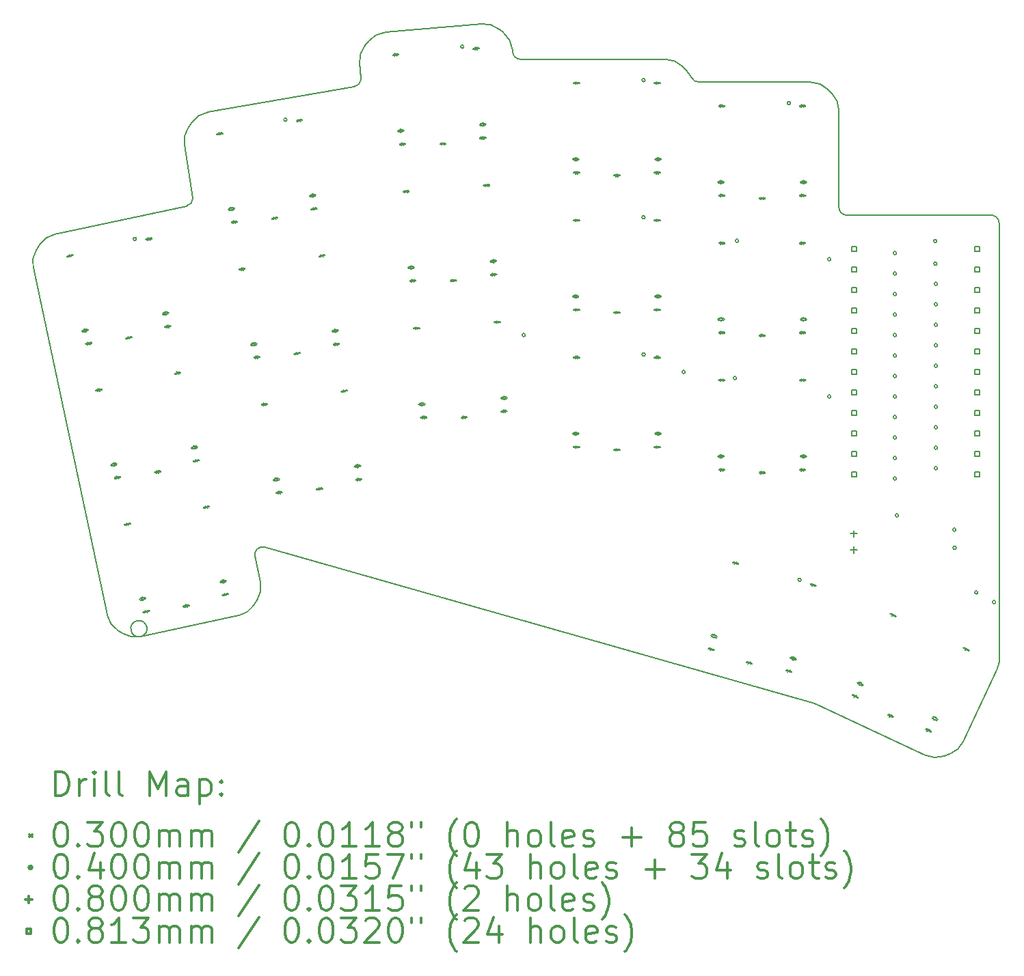
<source format=gbr>
%FSLAX45Y45*%
G04 Gerber Fmt 4.5, Leading zero omitted, Abs format (unit mm)*
G04 Created by KiCad (PCBNEW 5.1.10) date 2021-11-16 11:23:39*
%MOMM*%
%LPD*%
G01*
G04 APERTURE LIST*
%TA.AperFunction,Profile*%
%ADD10C,0.150000*%
%TD*%
%ADD11C,0.200000*%
%ADD12C,0.300000*%
G04 APERTURE END LIST*
D10*
X18980929Y-13069861D02*
X18921756Y-13031434D01*
X18921691Y-13031391D02*
G75*
G02*
X18791639Y-12842164I163392J251601D01*
G01*
X19206759Y-13111746D02*
G75*
G02*
X19206759Y-13111746I-20791J97815D01*
G01*
X19206759Y-13111746D02*
G75*
G02*
X18980994Y-13069903I-62374J293444D01*
G01*
X29842791Y-13328588D02*
G75*
G02*
X29819205Y-13507263I-295479J-51889D01*
G01*
X29819205Y-13507263D02*
X29396587Y-14413570D01*
X29396587Y-14413570D02*
G75*
G02*
X29227301Y-14568693I-271892J126786D01*
G01*
X29227228Y-14568719D02*
X29160927Y-14592851D01*
X29160854Y-14592877D02*
G75*
G02*
X28931463Y-14582862I-102606J281908D01*
G01*
X27572001Y-13948934D02*
X28931463Y-14582862D01*
X17876827Y-8538314D02*
G75*
G02*
X17876827Y-8538314I97815J20791D01*
G01*
X19855600Y-7672200D02*
G75*
G02*
X19776452Y-7773504I-99939J-3490D01*
G01*
X21935409Y-6185527D02*
G75*
G02*
X21853154Y-6292723I-99619J-8716D01*
G01*
X23914189Y-5955665D02*
G75*
G02*
X23814570Y-5864381I0J100000D01*
G01*
X26119908Y-6238998D02*
G75*
G02*
X26029002Y-6180665I0J100000D01*
G01*
X27956284Y-7888198D02*
G75*
G02*
X27856284Y-7788198I0J100000D01*
G01*
X29732418Y-7887453D02*
G75*
G02*
X29840377Y-7987136I7959J-99683D01*
G01*
X29842791Y-13328588D02*
G75*
G02*
X29841284Y-13311292I98493J17296D01*
G01*
X27555621Y-13942972D02*
G75*
G02*
X27572001Y-13948934I-25882J-96593D01*
G01*
X20623156Y-12116097D02*
G75*
G02*
X20741800Y-12004200I93371J19847D01*
G01*
X20420537Y-12852252D02*
X19206759Y-13111746D01*
X17876827Y-8538314D02*
G75*
G02*
X17918670Y-8312549I293444J62373D01*
G01*
X17918713Y-8312484D02*
X17957140Y-8253311D01*
X17957182Y-8253246D02*
G75*
G02*
X18146410Y-8123194I251601J-163392D01*
G01*
X18146410Y-8123194D02*
X19776452Y-7773504D01*
X19751495Y-7018702D02*
X19855600Y-7672200D01*
X19751495Y-7018702D02*
G75*
G02*
X19801192Y-6794534I295442J52095D01*
G01*
X19801236Y-6794471D02*
X19841705Y-6736675D01*
X19841750Y-6736611D02*
G75*
G02*
X20035401Y-6613242I245745J-172073D01*
G01*
X20035401Y-6613242D02*
X21853154Y-6292723D01*
X21935409Y-6185527D02*
X21919212Y-6000400D01*
X21919212Y-6000399D02*
G75*
G02*
X21988258Y-5781416I298858J26146D01*
G01*
X21988307Y-5781357D02*
X22033659Y-5727308D01*
X22033709Y-5727249D02*
G75*
G02*
X22237376Y-5621227I229813J-192836D01*
G01*
X22237376Y-5621227D02*
X23432810Y-5516640D01*
X23432809Y-5516640D02*
G75*
G02*
X23651793Y-5585685I26147J-298859D01*
G01*
X23651852Y-5585735D02*
X23705901Y-5631087D01*
X23705960Y-5631137D02*
G75*
G02*
X23811982Y-5834804I-192836J-229813D01*
G01*
X23811982Y-5834804D02*
X23814570Y-5864381D01*
X23914189Y-5955665D02*
X25706284Y-5955665D01*
X25706284Y-5955665D02*
G75*
G02*
X25918416Y-6043533I0J-300000D01*
G01*
X25918471Y-6043588D02*
X25968361Y-6093478D01*
X25968416Y-6093533D02*
G75*
G02*
X26029002Y-6180665I-212132J-212132D01*
G01*
X29841284Y-13311292D02*
X29840377Y-7987136D01*
X27956284Y-7888199D02*
X29732448Y-7887830D01*
X26119908Y-6238998D02*
X27506284Y-6238998D01*
X27506284Y-6238998D02*
G75*
G02*
X27718416Y-6326866I0J-300000D01*
G01*
X27718471Y-6326921D02*
X27768361Y-6376811D01*
X27768416Y-6376866D02*
G75*
G02*
X27856284Y-6588998I-212132J-212132D01*
G01*
X27856284Y-7788198D02*
X27856284Y-6588998D01*
X20741800Y-12004200D02*
X27555621Y-13942972D01*
X20609764Y-12722200D02*
G75*
G02*
X20420537Y-12852252I-251601J163392D01*
G01*
X20648234Y-12662962D02*
X20609806Y-12722135D01*
X20623156Y-12116097D02*
X20690119Y-12437131D01*
X20690119Y-12437131D02*
G75*
G02*
X20648276Y-12662897I-293444J-62374D01*
G01*
X17876827Y-8538314D02*
X18791639Y-12842164D01*
D11*
X18316889Y-8377632D02*
X18346889Y-8407633D01*
X18346889Y-8377632D02*
X18316889Y-8407633D01*
X18365168Y-8380697D02*
X18296598Y-8394772D01*
X18367179Y-8390493D02*
X18298609Y-8404568D01*
X18296598Y-8394772D02*
G75*
G03*
X18298609Y-8404568I1005J-4898D01*
G01*
X18367179Y-8390493D02*
G75*
G03*
X18365168Y-8380697I-1005J4898D01*
G01*
X18549565Y-9462972D02*
X18579565Y-9492972D01*
X18579565Y-9462972D02*
X18549565Y-9492972D01*
X18597845Y-9466036D02*
X18529275Y-9480112D01*
X18599856Y-9475832D02*
X18531286Y-9489908D01*
X18529275Y-9480112D02*
G75*
G03*
X18531286Y-9489908I1005J-4898D01*
G01*
X18599856Y-9475832D02*
G75*
G03*
X18597845Y-9466036I-1005J4898D01*
G01*
X18673248Y-10039861D02*
X18703248Y-10069861D01*
X18703248Y-10039861D02*
X18673248Y-10069861D01*
X18721528Y-10042925D02*
X18652958Y-10057000D01*
X18723539Y-10052721D02*
X18654968Y-10066796D01*
X18652958Y-10057000D02*
G75*
G03*
X18654968Y-10066796I1005J-4898D01*
G01*
X18723539Y-10052721D02*
G75*
G03*
X18721528Y-10042925I-1005J4898D01*
G01*
X18905925Y-11125200D02*
X18935925Y-11155200D01*
X18935925Y-11125200D02*
X18905925Y-11155200D01*
X18954204Y-11128264D02*
X18885634Y-11142340D01*
X18956215Y-11138060D02*
X18887645Y-11152136D01*
X18885634Y-11142340D02*
G75*
G03*
X18887645Y-11152136I1005J-4898D01*
G01*
X18956215Y-11138060D02*
G75*
G03*
X18954204Y-11128264I-1005J4898D01*
G01*
X19029597Y-11702098D02*
X19059597Y-11732098D01*
X19059597Y-11702098D02*
X19029597Y-11732098D01*
X19077877Y-11705163D02*
X19009306Y-11719238D01*
X19079887Y-11714958D02*
X19011317Y-11729034D01*
X19009306Y-11719238D02*
G75*
G03*
X19011317Y-11729034I1005J-4898D01*
G01*
X19079887Y-11714958D02*
G75*
G03*
X19077877Y-11705163I-1005J4898D01*
G01*
X19045794Y-9392385D02*
X19075794Y-9422385D01*
X19075794Y-9392385D02*
X19045794Y-9422385D01*
X19027619Y-9419611D02*
X19096064Y-9404937D01*
X19025523Y-9409833D02*
X19093968Y-9395159D01*
X19096064Y-9404937D02*
G75*
G03*
X19093968Y-9395160I-1048J4889D01*
G01*
X19025523Y-9409833D02*
G75*
G03*
X19027619Y-9419611I1048J-4889D01*
G01*
X19262274Y-12787438D02*
X19292274Y-12817438D01*
X19292274Y-12787438D02*
X19262274Y-12817438D01*
X19310553Y-12790502D02*
X19241983Y-12804577D01*
X19312564Y-12800298D02*
X19243994Y-12814373D01*
X19241983Y-12804577D02*
G75*
G03*
X19243994Y-12814373I1005J-4898D01*
G01*
X19312564Y-12800298D02*
G75*
G03*
X19310553Y-12790502I-1005J4898D01*
G01*
X19294672Y-8168014D02*
X19324672Y-8198014D01*
X19324672Y-8168014D02*
X19294672Y-8198014D01*
X19276606Y-8195528D02*
X19344920Y-8180258D01*
X19274424Y-8185769D02*
X19342738Y-8170499D01*
X19344920Y-8180258D02*
G75*
G03*
X19342738Y-8170499I-1091J4880D01*
G01*
X19274424Y-8185769D02*
G75*
G03*
X19276606Y-8195528I1091J-4880D01*
G01*
X19402153Y-11054613D02*
X19432153Y-11084613D01*
X19432153Y-11054613D02*
X19402153Y-11084613D01*
X19383979Y-11081839D02*
X19452424Y-11067165D01*
X19381883Y-11072061D02*
X19450327Y-11057387D01*
X19452424Y-11067165D02*
G75*
G03*
X19450327Y-11057388I-1048J4889D01*
G01*
X19381883Y-11072061D02*
G75*
G03*
X19383979Y-11081839I1048J-4889D01*
G01*
X19527349Y-9253353D02*
X19557349Y-9283353D01*
X19557349Y-9253353D02*
X19527349Y-9283353D01*
X19575628Y-9256418D02*
X19507058Y-9270493D01*
X19577639Y-9266213D02*
X19509069Y-9280289D01*
X19507058Y-9270493D02*
G75*
G03*
X19509069Y-9280289I1005J-4898D01*
G01*
X19577639Y-9266214D02*
G75*
G03*
X19575628Y-9256418I-1005J4898D01*
G01*
X19651031Y-9830242D02*
X19681031Y-9860242D01*
X19681031Y-9830242D02*
X19651031Y-9860242D01*
X19632965Y-9857757D02*
X19701279Y-9842487D01*
X19630784Y-9847997D02*
X19699098Y-9832727D01*
X19701279Y-9842487D02*
G75*
G03*
X19699098Y-9832727I-1091J4880D01*
G01*
X19630784Y-9847997D02*
G75*
G03*
X19632965Y-9857757I1091J-4880D01*
G01*
X19758502Y-12716851D02*
X19788502Y-12746851D01*
X19788502Y-12716851D02*
X19758502Y-12746851D01*
X19740328Y-12744076D02*
X19808772Y-12729403D01*
X19738231Y-12734298D02*
X19806676Y-12719625D01*
X19808772Y-12729403D02*
G75*
G03*
X19806676Y-12719625I-1048J4889D01*
G01*
X19738231Y-12734298D02*
G75*
G03*
X19740328Y-12744076I1048J-4889D01*
G01*
X19883708Y-10915581D02*
X19913708Y-10945581D01*
X19913708Y-10915581D02*
X19883708Y-10945581D01*
X19931988Y-10918646D02*
X19863417Y-10932721D01*
X19933998Y-10928441D02*
X19865428Y-10942517D01*
X19863417Y-10932721D02*
G75*
G03*
X19865428Y-10942517I1005J-4898D01*
G01*
X19933998Y-10928442D02*
G75*
G03*
X19931988Y-10918646I-1005J4898D01*
G01*
X20007380Y-11492480D02*
X20037380Y-11522480D01*
X20037380Y-11492480D02*
X20007380Y-11522480D01*
X19989314Y-11519994D02*
X20057628Y-11504724D01*
X19987132Y-11510235D02*
X20055447Y-11494965D01*
X20057628Y-11504724D02*
G75*
G03*
X20055447Y-11494965I-1091J4880D01*
G01*
X19987132Y-11510235D02*
G75*
G03*
X19989314Y-11519994I1091J-4880D01*
G01*
X20172502Y-6862257D02*
X20202502Y-6892257D01*
X20202502Y-6862257D02*
X20172502Y-6892257D01*
X20221307Y-6866902D02*
X20152150Y-6877732D01*
X20222855Y-6876782D02*
X20153697Y-6887612D01*
X20152150Y-6877732D02*
G75*
G03*
X20153697Y-6887612I774J-4940D01*
G01*
X20222855Y-6876782D02*
G75*
G03*
X20221307Y-6866902I-774J4940D01*
G01*
X20240057Y-12577819D02*
X20270057Y-12607819D01*
X20270057Y-12577819D02*
X20240057Y-12607819D01*
X20288336Y-12580883D02*
X20219766Y-12594959D01*
X20290347Y-12590679D02*
X20221777Y-12604755D01*
X20219766Y-12594959D02*
G75*
G03*
X20221777Y-12604755I1005J-4898D01*
G01*
X20290347Y-12590679D02*
G75*
G03*
X20288336Y-12580883I-1005J4898D01*
G01*
X20353794Y-7957352D02*
X20383794Y-7987352D01*
X20383794Y-7957352D02*
X20353794Y-7987352D01*
X20402599Y-7961997D02*
X20333442Y-7972827D01*
X20404146Y-7971877D02*
X20334989Y-7982707D01*
X20333442Y-7972827D02*
G75*
G03*
X20334989Y-7982707I774J-4940D01*
G01*
X20404146Y-7971877D02*
G75*
G03*
X20402599Y-7961997I-774J4940D01*
G01*
X20450152Y-8539429D02*
X20480152Y-8569429D01*
X20480152Y-8539429D02*
X20450152Y-8569429D01*
X20498957Y-8544074D02*
X20429800Y-8554904D01*
X20500504Y-8553954D02*
X20431347Y-8564784D01*
X20429800Y-8554904D02*
G75*
G03*
X20431347Y-8564784I774J-4940D01*
G01*
X20500504Y-8553954D02*
G75*
G03*
X20498957Y-8544074I-774J4940D01*
G01*
X20631444Y-9634524D02*
X20661444Y-9664524D01*
X20661444Y-9634524D02*
X20631444Y-9664524D01*
X20680249Y-9639170D02*
X20611091Y-9649999D01*
X20681796Y-9649049D02*
X20612639Y-9659879D01*
X20611091Y-9649999D02*
G75*
G03*
X20612639Y-9659879I774J-4940D01*
G01*
X20681796Y-9649049D02*
G75*
G03*
X20680249Y-9639170I-774J4940D01*
G01*
X20727811Y-10216600D02*
X20757811Y-10246600D01*
X20757811Y-10216600D02*
X20727811Y-10246600D01*
X20776616Y-10221246D02*
X20707459Y-10232076D01*
X20778163Y-10231125D02*
X20709006Y-10241955D01*
X20707459Y-10232076D02*
G75*
G03*
X20709006Y-10241955I774J-4940D01*
G01*
X20778163Y-10231125D02*
G75*
G03*
X20776616Y-10221246I-774J4940D01*
G01*
X20852797Y-7910219D02*
X20882797Y-7940219D01*
X20882797Y-7910219D02*
X20852797Y-7940219D01*
X20834083Y-7935868D02*
X20903143Y-7924436D01*
X20832450Y-7926003D02*
X20901510Y-7914570D01*
X20903143Y-7924436D02*
G75*
G03*
X20901510Y-7914570I-817J4933D01*
G01*
X20832450Y-7926003D02*
G75*
G03*
X20834083Y-7935868I817J-4933D01*
G01*
X20909103Y-11311695D02*
X20939103Y-11341695D01*
X20939103Y-11311695D02*
X20909103Y-11341695D01*
X20957908Y-11316341D02*
X20888751Y-11327171D01*
X20959455Y-11326220D02*
X20890298Y-11337050D01*
X20888751Y-11327171D02*
G75*
G03*
X20890298Y-11337050I774J-4940D01*
G01*
X20959455Y-11326220D02*
G75*
G03*
X20957908Y-11316341I-774J4940D01*
G01*
X21130446Y-9587391D02*
X21160446Y-9617391D01*
X21160446Y-9587391D02*
X21130446Y-9617391D01*
X21111733Y-9613041D02*
X21180793Y-9601608D01*
X21110099Y-9603175D02*
X21179159Y-9591742D01*
X21180793Y-9601608D02*
G75*
G03*
X21179159Y-9591742I-817J4933D01*
G01*
X21110099Y-9603175D02*
G75*
G03*
X21111733Y-9613041I817J-4933D01*
G01*
X21159075Y-6698931D02*
X21189075Y-6728931D01*
X21189075Y-6698931D02*
X21159075Y-6728931D01*
X21140455Y-6724874D02*
X21209413Y-6712839D01*
X21138736Y-6715023D02*
X21207694Y-6702988D01*
X21209413Y-6712839D02*
G75*
G03*
X21207694Y-6702988I-860J4926D01*
G01*
X21138736Y-6715023D02*
G75*
G03*
X21140455Y-6724874I860J-4926D01*
G01*
X21340366Y-7794026D02*
X21370366Y-7824026D01*
X21370366Y-7794026D02*
X21340366Y-7824026D01*
X21389171Y-7798671D02*
X21320014Y-7809501D01*
X21390719Y-7808551D02*
X21321561Y-7819381D01*
X21320014Y-7809501D02*
G75*
G03*
X21321561Y-7819381I774J-4940D01*
G01*
X21390719Y-7808551D02*
G75*
G03*
X21389171Y-7798671I-774J4940D01*
G01*
X21408105Y-11264563D02*
X21438105Y-11294563D01*
X21438105Y-11264563D02*
X21408105Y-11294563D01*
X21389392Y-11290212D02*
X21458452Y-11278779D01*
X21387759Y-11280346D02*
X21456819Y-11268913D01*
X21458452Y-11278779D02*
G75*
G03*
X21456819Y-11268913I-817J4933D01*
G01*
X21387759Y-11280346D02*
G75*
G03*
X21389392Y-11290212I817J-4933D01*
G01*
X21436724Y-8376103D02*
X21466724Y-8406103D01*
X21466724Y-8376103D02*
X21436724Y-8406103D01*
X21418105Y-8402046D02*
X21487062Y-8390011D01*
X21416385Y-8392195D02*
X21485343Y-8380160D01*
X21487062Y-8390011D02*
G75*
G03*
X21485343Y-8380160I-860J4926D01*
G01*
X21416386Y-8392195D02*
G75*
G03*
X21418105Y-8402046I860J-4926D01*
G01*
X21618016Y-9471198D02*
X21648016Y-9501198D01*
X21648016Y-9471198D02*
X21618016Y-9501198D01*
X21666821Y-9475844D02*
X21597664Y-9486673D01*
X21668368Y-9485723D02*
X21599211Y-9496553D01*
X21597664Y-9486673D02*
G75*
G03*
X21599211Y-9496553I774J-4940D01*
G01*
X21668368Y-9485723D02*
G75*
G03*
X21666821Y-9475844I-774J4940D01*
G01*
X21714383Y-10053275D02*
X21744383Y-10083275D01*
X21744383Y-10053275D02*
X21714383Y-10083275D01*
X21695764Y-10079218D02*
X21764722Y-10067183D01*
X21694045Y-10069367D02*
X21763002Y-10057331D01*
X21764722Y-10067183D02*
G75*
G03*
X21763002Y-10057332I-860J4926D01*
G01*
X21694045Y-10069367D02*
G75*
G03*
X21695764Y-10079218I860J-4926D01*
G01*
X21895675Y-11148370D02*
X21925675Y-11178370D01*
X21925675Y-11148370D02*
X21895675Y-11178370D01*
X21944480Y-11153015D02*
X21875323Y-11163845D01*
X21946027Y-11162895D02*
X21876870Y-11173724D01*
X21875323Y-11163845D02*
G75*
G03*
X21876870Y-11173724I774J-4940D01*
G01*
X21946027Y-11162895D02*
G75*
G03*
X21944480Y-11153015I-774J4940D01*
G01*
X22350816Y-5884234D02*
X22380816Y-5914234D01*
X22380816Y-5884234D02*
X22350816Y-5914234D01*
X22400395Y-5891865D02*
X22330557Y-5896626D01*
X22401075Y-5901842D02*
X22331237Y-5906603D01*
X22330557Y-5896626D02*
G75*
G03*
X22331237Y-5906603I340J-4988D01*
G01*
X22401075Y-5901842D02*
G75*
G03*
X22400394Y-5891865I-340J4988D01*
G01*
X22435974Y-6990963D02*
X22465974Y-7020963D01*
X22465974Y-6990963D02*
X22435974Y-7020963D01*
X22485553Y-6998594D02*
X22415715Y-7003355D01*
X22486233Y-7008571D02*
X22416395Y-7013332D01*
X22415715Y-7003355D02*
G75*
G03*
X22416395Y-7013332I340J-4988D01*
G01*
X22486233Y-7008571D02*
G75*
G03*
X22485553Y-6998594I-340J4988D01*
G01*
X22481238Y-7579224D02*
X22511238Y-7609224D01*
X22511238Y-7579224D02*
X22481238Y-7609224D01*
X22530817Y-7586855D02*
X22460979Y-7591616D01*
X22531497Y-7596831D02*
X22461659Y-7601593D01*
X22460979Y-7591616D02*
G75*
G03*
X22461659Y-7601592I340J-4988D01*
G01*
X22531497Y-7596831D02*
G75*
G03*
X22530817Y-7586855I-340J4988D01*
G01*
X22566396Y-8685952D02*
X22596396Y-8715952D01*
X22596396Y-8685952D02*
X22566396Y-8715952D01*
X22615975Y-8693583D02*
X22546137Y-8698344D01*
X22616655Y-8703560D02*
X22546817Y-8708321D01*
X22546137Y-8698344D02*
G75*
G03*
X22546817Y-8708321I340J-4988D01*
G01*
X22616655Y-8703560D02*
G75*
G03*
X22615975Y-8693583I-340J4988D01*
G01*
X22611660Y-9274213D02*
X22641660Y-9304213D01*
X22641660Y-9274213D02*
X22611660Y-9304213D01*
X22661239Y-9281844D02*
X22591401Y-9286605D01*
X22661919Y-9291821D02*
X22592081Y-9296582D01*
X22591401Y-9286605D02*
G75*
G03*
X22592081Y-9296582I340J-4988D01*
G01*
X22661919Y-9291821D02*
G75*
G03*
X22661239Y-9281844I-340J4988D01*
G01*
X22696818Y-10380942D02*
X22726818Y-10410942D01*
X22726818Y-10380942D02*
X22696818Y-10410942D01*
X22746397Y-10388573D02*
X22676559Y-10393334D01*
X22747077Y-10398550D02*
X22677239Y-10403311D01*
X22676559Y-10393334D02*
G75*
G03*
X22677240Y-10403311I340J-4988D01*
G01*
X22747077Y-10398550D02*
G75*
G03*
X22746397Y-10388573I-340J4988D01*
G01*
X22937185Y-6987500D02*
X22967185Y-7017500D01*
X22967185Y-6987500D02*
X22937185Y-7017500D01*
X22917672Y-7010170D02*
X22987466Y-7004800D01*
X22916905Y-7000200D02*
X22986699Y-6994830D01*
X22987466Y-7004800D02*
G75*
G03*
X22986698Y-6994829I-384J4985D01*
G01*
X22916905Y-7000200D02*
G75*
G03*
X22917672Y-7010170I384J-4985D01*
G01*
X23067607Y-8682490D02*
X23097607Y-8712490D01*
X23097607Y-8682490D02*
X23067607Y-8712490D01*
X23048094Y-8705160D02*
X23117888Y-8699790D01*
X23047327Y-8695189D02*
X23117121Y-8689819D01*
X23117888Y-8699790D02*
G75*
G03*
X23117121Y-8689819I-384J4985D01*
G01*
X23047327Y-8695189D02*
G75*
G03*
X23048094Y-8705160I384J-4985D01*
G01*
X23198030Y-10377479D02*
X23228030Y-10407479D01*
X23228030Y-10377479D02*
X23198030Y-10407479D01*
X23178517Y-10400150D02*
X23248310Y-10394779D01*
X23177749Y-10390179D02*
X23247543Y-10384809D01*
X23248310Y-10394779D02*
G75*
G03*
X23247543Y-10384809I-384J4985D01*
G01*
X23177749Y-10390179D02*
G75*
G03*
X23178517Y-10400150I384J-4985D01*
G01*
X23347868Y-5807515D02*
X23377868Y-5837515D01*
X23377868Y-5807515D02*
X23347868Y-5837515D01*
X23328423Y-5830486D02*
X23398168Y-5824507D01*
X23327569Y-5820523D02*
X23397313Y-5814544D01*
X23398168Y-5824507D02*
G75*
G03*
X23397313Y-5814544I-427J4982D01*
G01*
X23327569Y-5820523D02*
G75*
G03*
X23328423Y-5830486I427J-4982D01*
G01*
X23433026Y-6914244D02*
X23463026Y-6944244D01*
X23463026Y-6914244D02*
X23433026Y-6944244D01*
X23482605Y-6921875D02*
X23412767Y-6926636D01*
X23483285Y-6931852D02*
X23413448Y-6936613D01*
X23412767Y-6926636D02*
G75*
G03*
X23413448Y-6936613I340J-4988D01*
G01*
X23483285Y-6931852D02*
G75*
G03*
X23482605Y-6921875I-340J4988D01*
G01*
X23478291Y-7502505D02*
X23508291Y-7532505D01*
X23508291Y-7502505D02*
X23478291Y-7532505D01*
X23458846Y-7525476D02*
X23528590Y-7519497D01*
X23457991Y-7515512D02*
X23527736Y-7509533D01*
X23528590Y-7519497D02*
G75*
G03*
X23527736Y-7509533I-427J4982D01*
G01*
X23457991Y-7515512D02*
G75*
G03*
X23458846Y-7525476I427J-4982D01*
G01*
X23563449Y-8609233D02*
X23593449Y-8639233D01*
X23593449Y-8609233D02*
X23563449Y-8639233D01*
X23613028Y-8616864D02*
X23543190Y-8621625D01*
X23613708Y-8626841D02*
X23543870Y-8631602D01*
X23543190Y-8621625D02*
G75*
G03*
X23543870Y-8631602I340J-4988D01*
G01*
X23613708Y-8626841D02*
G75*
G03*
X23613027Y-8616864I-340J4988D01*
G01*
X23608713Y-9197494D02*
X23638713Y-9227494D01*
X23638713Y-9197494D02*
X23608713Y-9227494D01*
X23589268Y-9220466D02*
X23659012Y-9214486D01*
X23588414Y-9210502D02*
X23658158Y-9204523D01*
X23659012Y-9214486D02*
G75*
G03*
X23658158Y-9204523I-427J4982D01*
G01*
X23588414Y-9210502D02*
G75*
G03*
X23589268Y-9220466I427J-4982D01*
G01*
X23693871Y-10304223D02*
X23723871Y-10334223D01*
X23723871Y-10304223D02*
X23693871Y-10334223D01*
X23743450Y-10311854D02*
X23673612Y-10316615D01*
X23744130Y-10321831D02*
X23674292Y-10326592D01*
X23673612Y-10316615D02*
G75*
G03*
X23674292Y-10326592I340J-4988D01*
G01*
X23744130Y-10321831D02*
G75*
G03*
X23743450Y-10311854I-340J4988D01*
G01*
X24591283Y-6235660D02*
X24621283Y-6265660D01*
X24621283Y-6235660D02*
X24591283Y-6265660D01*
X24641325Y-6245966D02*
X24571328Y-6245355D01*
X24641238Y-6255965D02*
X24571241Y-6255355D01*
X24571328Y-6245355D02*
G75*
G03*
X24571241Y-6255355I-44J-5000D01*
G01*
X24641238Y-6255965D02*
G75*
G03*
X24641325Y-6245966I44J5000D01*
G01*
X24591283Y-7345660D02*
X24621283Y-7375660D01*
X24621283Y-7345660D02*
X24591283Y-7375660D01*
X24641325Y-7355966D02*
X24571328Y-7355355D01*
X24641238Y-7365965D02*
X24571241Y-7365355D01*
X24571328Y-7355355D02*
G75*
G03*
X24571241Y-7365355I-44J-5000D01*
G01*
X24641238Y-7365965D02*
G75*
G03*
X24641325Y-7355966I44J5000D01*
G01*
X24591283Y-9635668D02*
X24621283Y-9665668D01*
X24621283Y-9635668D02*
X24591283Y-9665668D01*
X24641325Y-9645974D02*
X24571328Y-9645363D01*
X24641238Y-9655974D02*
X24571241Y-9655363D01*
X24571328Y-9645363D02*
G75*
G03*
X24571241Y-9655363I-44J-5000D01*
G01*
X24641238Y-9655974D02*
G75*
G03*
X24641325Y-9645974I44J5000D01*
G01*
X24591283Y-10745668D02*
X24621283Y-10775668D01*
X24621283Y-10745668D02*
X24591283Y-10775668D01*
X24641325Y-10755974D02*
X24571328Y-10755363D01*
X24641238Y-10765974D02*
X24571241Y-10765363D01*
X24571328Y-10755363D02*
G75*
G03*
X24571241Y-10765363I-44J-5000D01*
G01*
X24641238Y-10765974D02*
G75*
G03*
X24641325Y-10755974I44J5000D01*
G01*
X24591288Y-7935669D02*
X24621288Y-7965669D01*
X24621288Y-7935669D02*
X24591288Y-7965669D01*
X24641331Y-7945974D02*
X24571333Y-7945364D01*
X24641243Y-7955974D02*
X24571246Y-7955363D01*
X24571333Y-7945364D02*
G75*
G03*
X24571246Y-7955363I-44J-5000D01*
G01*
X24641244Y-7955974D02*
G75*
G03*
X24641331Y-7945974I44J5000D01*
G01*
X24591288Y-9045669D02*
X24621288Y-9075669D01*
X24621288Y-9045669D02*
X24591288Y-9075669D01*
X24641331Y-9055974D02*
X24571333Y-9055364D01*
X24641243Y-9065974D02*
X24571246Y-9065363D01*
X24571333Y-9055364D02*
G75*
G03*
X24571246Y-9065363I-44J-5000D01*
G01*
X24641244Y-9065974D02*
G75*
G03*
X24641331Y-9055974I44J5000D01*
G01*
X25091283Y-7380660D02*
X25121283Y-7410660D01*
X25121283Y-7380660D02*
X25091283Y-7410660D01*
X25071283Y-7400660D02*
X25141283Y-7400660D01*
X25071283Y-7390660D02*
X25141283Y-7390660D01*
X25141283Y-7400660D02*
G75*
G03*
X25141283Y-7390660I0J5000D01*
G01*
X25071283Y-7390660D02*
G75*
G03*
X25071283Y-7400660I0J-5000D01*
G01*
X25091283Y-10780668D02*
X25121283Y-10810668D01*
X25121283Y-10780668D02*
X25091283Y-10810668D01*
X25071283Y-10800668D02*
X25141283Y-10800668D01*
X25071283Y-10790668D02*
X25141283Y-10790668D01*
X25141283Y-10800668D02*
G75*
G03*
X25141283Y-10790668I0J5000D01*
G01*
X25071283Y-10790668D02*
G75*
G03*
X25071283Y-10800668I0J-5000D01*
G01*
X25091288Y-9080669D02*
X25121288Y-9110669D01*
X25121288Y-9080669D02*
X25091288Y-9110669D01*
X25071288Y-9100669D02*
X25141288Y-9100669D01*
X25071288Y-9090669D02*
X25141288Y-9090669D01*
X25141288Y-9100669D02*
G75*
G03*
X25141288Y-9090669I0J5000D01*
G01*
X25071288Y-9090669D02*
G75*
G03*
X25071288Y-9100669I0J-5000D01*
G01*
X25591283Y-6235660D02*
X25621283Y-6265660D01*
X25621283Y-6235660D02*
X25591283Y-6265660D01*
X25571328Y-6255965D02*
X25641325Y-6255355D01*
X25571241Y-6245966D02*
X25641238Y-6245355D01*
X25641325Y-6255355D02*
G75*
G03*
X25641238Y-6245355I-44J5000D01*
G01*
X25571241Y-6245966D02*
G75*
G03*
X25571328Y-6255965I44J-5000D01*
G01*
X25591283Y-7345660D02*
X25621283Y-7375660D01*
X25621283Y-7345660D02*
X25591283Y-7375660D01*
X25641325Y-7355966D02*
X25571328Y-7355355D01*
X25641238Y-7365965D02*
X25571241Y-7365355D01*
X25571328Y-7355355D02*
G75*
G03*
X25571241Y-7365355I-44J-5000D01*
G01*
X25641238Y-7365965D02*
G75*
G03*
X25641325Y-7355966I44J5000D01*
G01*
X25591283Y-9635668D02*
X25621283Y-9665668D01*
X25621283Y-9635668D02*
X25591283Y-9665668D01*
X25571328Y-9655974D02*
X25641325Y-9655363D01*
X25571241Y-9645974D02*
X25641238Y-9645363D01*
X25641325Y-9655363D02*
G75*
G03*
X25641238Y-9645363I-44J5000D01*
G01*
X25571241Y-9645974D02*
G75*
G03*
X25571328Y-9655974I44J-5000D01*
G01*
X25591283Y-10745668D02*
X25621283Y-10775668D01*
X25621283Y-10745668D02*
X25591283Y-10775668D01*
X25641325Y-10755974D02*
X25571328Y-10755363D01*
X25641238Y-10765974D02*
X25571241Y-10765363D01*
X25571328Y-10755363D02*
G75*
G03*
X25571241Y-10765363I-44J-5000D01*
G01*
X25641238Y-10765974D02*
G75*
G03*
X25641325Y-10755974I44J5000D01*
G01*
X25591288Y-7935669D02*
X25621288Y-7965669D01*
X25621288Y-7935669D02*
X25591288Y-7965669D01*
X25571333Y-7955974D02*
X25641331Y-7955363D01*
X25571246Y-7945974D02*
X25641243Y-7945364D01*
X25641331Y-7955363D02*
G75*
G03*
X25641244Y-7945364I-44J5000D01*
G01*
X25571246Y-7945974D02*
G75*
G03*
X25571333Y-7955974I44J-5000D01*
G01*
X25591288Y-9045669D02*
X25621288Y-9075669D01*
X25621288Y-9045669D02*
X25591288Y-9075669D01*
X25641331Y-9055974D02*
X25571333Y-9055364D01*
X25641243Y-9065974D02*
X25571246Y-9065363D01*
X25571333Y-9055364D02*
G75*
G03*
X25571246Y-9065363I-44J-5000D01*
G01*
X25641244Y-9065974D02*
G75*
G03*
X25641331Y-9055974I44J5000D01*
G01*
X26258631Y-13253397D02*
X26288631Y-13283397D01*
X26288631Y-13253397D02*
X26258631Y-13283397D01*
X26308627Y-13273421D02*
X26241441Y-13253775D01*
X26305821Y-13283019D02*
X26238634Y-13263373D01*
X26241441Y-13253775D02*
G75*
G03*
X26238634Y-13263373I-1403J-4799D01*
G01*
X26305821Y-13283019D02*
G75*
G03*
X26308627Y-13273421I1403J4799D01*
G01*
X26391282Y-8218997D02*
X26421282Y-8248997D01*
X26421282Y-8218997D02*
X26391282Y-8248997D01*
X26441324Y-8229303D02*
X26371327Y-8228692D01*
X26441237Y-8239302D02*
X26371239Y-8238692D01*
X26371327Y-8228692D02*
G75*
G03*
X26371239Y-8238692I-44J-5000D01*
G01*
X26441237Y-8239302D02*
G75*
G03*
X26441324Y-8229303I44J5000D01*
G01*
X26391282Y-9328997D02*
X26421282Y-9358997D01*
X26421282Y-9328997D02*
X26391282Y-9358997D01*
X26441324Y-9339303D02*
X26371327Y-9338692D01*
X26441237Y-9349302D02*
X26371239Y-9348692D01*
X26371327Y-9338692D02*
G75*
G03*
X26371239Y-9348692I-44J-5000D01*
G01*
X26441237Y-9349302D02*
G75*
G03*
X26441324Y-9339303I44J5000D01*
G01*
X26391286Y-9918996D02*
X26421286Y-9948996D01*
X26421286Y-9918996D02*
X26391286Y-9948996D01*
X26441329Y-9929302D02*
X26371331Y-9928691D01*
X26441241Y-9939301D02*
X26371244Y-9938690D01*
X26371331Y-9928691D02*
G75*
G03*
X26371244Y-9938690I-44J-5000D01*
G01*
X26441241Y-9939301D02*
G75*
G03*
X26441329Y-9929302I44J5000D01*
G01*
X26391286Y-11028996D02*
X26421286Y-11058996D01*
X26421286Y-11028996D02*
X26391286Y-11058996D01*
X26441329Y-11039302D02*
X26371331Y-11038691D01*
X26441241Y-11049301D02*
X26371244Y-11048690D01*
X26371331Y-11038691D02*
G75*
G03*
X26371244Y-11048690I-44J-5000D01*
G01*
X26441241Y-11049301D02*
G75*
G03*
X26441329Y-11039302I44J5000D01*
G01*
X26391287Y-6518998D02*
X26421287Y-6548998D01*
X26421287Y-6518998D02*
X26391287Y-6548998D01*
X26441329Y-6529303D02*
X26371332Y-6528693D01*
X26441242Y-6539303D02*
X26371245Y-6538692D01*
X26371332Y-6528693D02*
G75*
G03*
X26371245Y-6538692I-44J-5000D01*
G01*
X26441242Y-6539303D02*
G75*
G03*
X26441329Y-6529303I44J5000D01*
G01*
X26391287Y-7628998D02*
X26421287Y-7658998D01*
X26421287Y-7628998D02*
X26391287Y-7658998D01*
X26441329Y-7639303D02*
X26371332Y-7638693D01*
X26441242Y-7649303D02*
X26371245Y-7648692D01*
X26371332Y-7638693D02*
G75*
G03*
X26371245Y-7648692I-44J-5000D01*
G01*
X26441242Y-7649303D02*
G75*
G03*
X26441329Y-7639303I44J5000D01*
G01*
X26560862Y-12185335D02*
X26590862Y-12215335D01*
X26590862Y-12185335D02*
X26560862Y-12215335D01*
X26610858Y-12205359D02*
X26543672Y-12185713D01*
X26608052Y-12214957D02*
X26540865Y-12195311D01*
X26543672Y-12185713D02*
G75*
G03*
X26540865Y-12195311I-1403J-4799D01*
G01*
X26608052Y-12214957D02*
G75*
G03*
X26610858Y-12205359I1403J4799D01*
G01*
X26730210Y-13423215D02*
X26760210Y-13453215D01*
X26760210Y-13423215D02*
X26730210Y-13453215D01*
X26710171Y-13433496D02*
X26777526Y-13452556D01*
X26712894Y-13423874D02*
X26780249Y-13442933D01*
X26777526Y-13452556D02*
G75*
G03*
X26780249Y-13442933I1361J4811D01*
G01*
X26712894Y-13423874D02*
G75*
G03*
X26710171Y-13433496I-1361J-4811D01*
G01*
X26891282Y-9363997D02*
X26921282Y-9393997D01*
X26921282Y-9363997D02*
X26891282Y-9393997D01*
X26871282Y-9383997D02*
X26941282Y-9383997D01*
X26871282Y-9373997D02*
X26941282Y-9373997D01*
X26941282Y-9383997D02*
G75*
G03*
X26941282Y-9373997I0J5000D01*
G01*
X26871282Y-9373997D02*
G75*
G03*
X26871282Y-9383997I0J-5000D01*
G01*
X26891286Y-11063996D02*
X26921286Y-11093996D01*
X26921286Y-11063996D02*
X26891286Y-11093996D01*
X26871286Y-11083996D02*
X26941286Y-11083996D01*
X26871286Y-11073996D02*
X26941286Y-11073996D01*
X26941286Y-11083996D02*
G75*
G03*
X26941286Y-11073996I0J5000D01*
G01*
X26871286Y-11073996D02*
G75*
G03*
X26871286Y-11083996I0J-5000D01*
G01*
X26891287Y-7663998D02*
X26921287Y-7693998D01*
X26921287Y-7663998D02*
X26891287Y-7693998D01*
X26871287Y-7683998D02*
X26941287Y-7683998D01*
X26871287Y-7673998D02*
X26941287Y-7673998D01*
X26941287Y-7683998D02*
G75*
G03*
X26941287Y-7673998I0J5000D01*
G01*
X26871287Y-7673998D02*
G75*
G03*
X26871287Y-7683998I0J-5000D01*
G01*
X27220849Y-13525677D02*
X27250849Y-13555677D01*
X27250849Y-13525677D02*
X27220849Y-13555677D01*
X27270845Y-13545702D02*
X27203659Y-13526055D01*
X27268039Y-13555300D02*
X27200852Y-13535653D01*
X27203659Y-13526055D02*
G75*
G03*
X27200852Y-13535653I-1403J-4799D01*
G01*
X27268039Y-13555300D02*
G75*
G03*
X27270845Y-13545702I1403J4799D01*
G01*
X27391282Y-8218997D02*
X27421282Y-8248997D01*
X27421282Y-8218997D02*
X27391282Y-8248997D01*
X27371327Y-8239302D02*
X27441324Y-8238692D01*
X27371239Y-8229303D02*
X27441237Y-8228692D01*
X27441324Y-8238692D02*
G75*
G03*
X27441237Y-8228692I-44J5000D01*
G01*
X27371239Y-8229303D02*
G75*
G03*
X27371327Y-8239302I44J-5000D01*
G01*
X27391282Y-9328997D02*
X27421282Y-9358997D01*
X27421282Y-9328997D02*
X27391282Y-9358997D01*
X27441324Y-9339303D02*
X27371327Y-9338692D01*
X27441237Y-9349302D02*
X27371239Y-9348692D01*
X27371327Y-9338692D02*
G75*
G03*
X27371239Y-9348692I-44J-5000D01*
G01*
X27441237Y-9349302D02*
G75*
G03*
X27441324Y-9339303I44J5000D01*
G01*
X27391286Y-9918996D02*
X27421286Y-9948996D01*
X27421286Y-9918996D02*
X27391286Y-9948996D01*
X27371331Y-9939301D02*
X27441329Y-9938690D01*
X27371244Y-9929302D02*
X27441241Y-9928691D01*
X27441329Y-9938690D02*
G75*
G03*
X27441241Y-9928691I-44J5000D01*
G01*
X27371244Y-9929302D02*
G75*
G03*
X27371331Y-9939301I44J-5000D01*
G01*
X27391286Y-11028996D02*
X27421286Y-11058996D01*
X27421286Y-11028996D02*
X27391286Y-11058996D01*
X27441329Y-11039302D02*
X27371331Y-11038691D01*
X27441241Y-11049301D02*
X27371244Y-11048690D01*
X27371331Y-11038691D02*
G75*
G03*
X27371244Y-11048690I-44J-5000D01*
G01*
X27441241Y-11049301D02*
G75*
G03*
X27441329Y-11039302I44J5000D01*
G01*
X27391287Y-6518998D02*
X27421287Y-6548998D01*
X27421287Y-6518998D02*
X27391287Y-6548998D01*
X27371332Y-6539303D02*
X27441329Y-6538692D01*
X27371245Y-6529303D02*
X27441242Y-6528693D01*
X27441329Y-6538692D02*
G75*
G03*
X27441242Y-6528693I-44J5000D01*
G01*
X27371245Y-6529303D02*
G75*
G03*
X27371332Y-6539303I44J-5000D01*
G01*
X27391287Y-7628998D02*
X27421287Y-7658998D01*
X27421287Y-7628998D02*
X27391287Y-7658998D01*
X27441329Y-7639303D02*
X27371332Y-7638693D01*
X27441242Y-7649303D02*
X27371245Y-7648692D01*
X27371332Y-7638693D02*
G75*
G03*
X27371245Y-7648692I-44J-5000D01*
G01*
X27441242Y-7649303D02*
G75*
G03*
X27441329Y-7639303I44J5000D01*
G01*
X27523080Y-12457615D02*
X27553080Y-12487615D01*
X27553080Y-12457615D02*
X27523080Y-12487615D01*
X27503001Y-12468202D02*
X27570520Y-12486674D01*
X27505640Y-12458557D02*
X27573159Y-12477028D01*
X27570520Y-12486674D02*
G75*
G03*
X27573159Y-12477028I1319J4823D01*
G01*
X27505640Y-12458557D02*
G75*
G03*
X27503001Y-12468202I-1319J-4823D01*
G01*
X28044186Y-13835620D02*
X28074186Y-13865620D01*
X28074186Y-13835620D02*
X28044186Y-13865620D01*
X28092929Y-13861175D02*
X28029748Y-13831039D01*
X28088624Y-13870201D02*
X28025443Y-13840065D01*
X28029748Y-13831039D02*
G75*
G03*
X28025443Y-13840065I-2153J-4513D01*
G01*
X28088624Y-13870201D02*
G75*
G03*
X28092929Y-13861175I2153J4513D01*
G01*
X28482548Y-14078650D02*
X28512548Y-14108650D01*
X28512548Y-14078650D02*
X28482548Y-14108650D01*
X28463714Y-14083390D02*
X28527156Y-14112973D01*
X28467940Y-14074327D02*
X28531382Y-14103910D01*
X28527156Y-14112973D02*
G75*
G03*
X28531382Y-14103910I2113J4532D01*
G01*
X28467940Y-14074327D02*
G75*
G03*
X28463714Y-14083390I-2113J-4532D01*
G01*
X28513292Y-12829618D02*
X28543292Y-12859618D01*
X28543292Y-12829618D02*
X28513292Y-12859618D01*
X28562035Y-12855173D02*
X28498854Y-12825038D01*
X28557730Y-12864199D02*
X28494549Y-12834063D01*
X28498854Y-12825038D02*
G75*
G03*
X28494549Y-12834063I-2153J-4513D01*
G01*
X28557730Y-12864199D02*
G75*
G03*
X28562035Y-12855173I2153J4513D01*
G01*
X28950494Y-14258238D02*
X28980494Y-14288238D01*
X28980494Y-14258238D02*
X28950494Y-14288238D01*
X28999237Y-14283793D02*
X28936056Y-14253658D01*
X28994931Y-14292819D02*
X28931751Y-14262683D01*
X28936056Y-14253658D02*
G75*
G03*
X28931750Y-14262683I-2153J-4513D01*
G01*
X28994931Y-14292819D02*
G75*
G03*
X28999237Y-14283793I2153J4513D01*
G01*
X29419600Y-13252237D02*
X29449600Y-13282237D01*
X29449600Y-13252237D02*
X29419600Y-13282237D01*
X29400678Y-13257272D02*
X29464375Y-13286301D01*
X29404825Y-13248173D02*
X29468522Y-13277201D01*
X29464375Y-13286301D02*
G75*
G03*
X29468522Y-13277201I2074J4550D01*
G01*
X29404825Y-13248173D02*
G75*
G03*
X29400678Y-13257272I-2074J-4550D01*
G01*
X18540200Y-9318734D02*
G75*
G03*
X18540200Y-9318734I-20000J0D01*
G01*
X18492963Y-9334800D02*
X18551630Y-9322223D01*
X18488771Y-9315245D02*
X18547438Y-9302667D01*
X18551630Y-9322223D02*
G75*
G03*
X18547438Y-9302667I-2096J9778D01*
G01*
X18488771Y-9315245D02*
G75*
G03*
X18492963Y-9334800I2096J-9778D01*
G01*
X18896560Y-10980962D02*
G75*
G03*
X18896560Y-10980962I-20000J0D01*
G01*
X18849323Y-10997028D02*
X18907990Y-10984451D01*
X18845130Y-10977473D02*
X18903797Y-10964895D01*
X18907990Y-10984451D02*
G75*
G03*
X18903797Y-10964895I-2096J9778D01*
G01*
X18845130Y-10977473D02*
G75*
G03*
X18849323Y-10997028I2096J-9778D01*
G01*
X19155861Y-8183253D02*
G75*
G03*
X19155861Y-8183253I-20000J0D01*
G01*
X19252909Y-12643199D02*
G75*
G03*
X19252909Y-12643199I-20000J0D01*
G01*
X19205671Y-12659266D02*
X19264338Y-12646689D01*
X19201479Y-12639710D02*
X19260146Y-12627133D01*
X19264338Y-12646689D02*
G75*
G03*
X19260146Y-12627133I-2096J9778D01*
G01*
X19201479Y-12639710D02*
G75*
G03*
X19205671Y-12659266I2096J-9778D01*
G01*
X19537539Y-9104923D02*
G75*
G03*
X19537539Y-9104923I-20000J0D01*
G01*
X19544777Y-9088857D02*
X19486110Y-9101434D01*
X19548969Y-9108412D02*
X19490302Y-9120989D01*
X19486110Y-9101434D02*
G75*
G03*
X19490302Y-9120989I2096J-9778D01*
G01*
X19548969Y-9108412D02*
G75*
G03*
X19544777Y-9088857I-2096J9778D01*
G01*
X19893899Y-10767151D02*
G75*
G03*
X19893899Y-10767151I-20000J0D01*
G01*
X19901136Y-10751085D02*
X19842469Y-10763662D01*
X19905328Y-10770640D02*
X19846661Y-10783217D01*
X19842469Y-10763662D02*
G75*
G03*
X19846661Y-10783217I2096J-9778D01*
G01*
X19905328Y-10770640D02*
G75*
G03*
X19901136Y-10751085I-2096J9778D01*
G01*
X20250248Y-12429389D02*
G75*
G03*
X20250248Y-12429389I-20000J0D01*
G01*
X20257485Y-12413322D02*
X20198818Y-12425899D01*
X20261677Y-12432878D02*
X20203010Y-12445455D01*
X20198818Y-12425899D02*
G75*
G03*
X20203010Y-12445455I2096J-9778D01*
G01*
X20261677Y-12432878D02*
G75*
G03*
X20257485Y-12413322I-2096J9778D01*
G01*
X20351980Y-7811201D02*
G75*
G03*
X20351980Y-7811201I-20000J0D01*
G01*
X20304016Y-7825966D02*
X20363210Y-7816167D01*
X20300749Y-7806235D02*
X20359944Y-7796435D01*
X20363210Y-7816167D02*
G75*
G03*
X20359944Y-7796435I-1633J9866D01*
G01*
X20300749Y-7806235D02*
G75*
G03*
X20304016Y-7825966I1633J-9866D01*
G01*
X20629629Y-9488373D02*
G75*
G03*
X20629629Y-9488373I-20000J0D01*
G01*
X20581665Y-9503139D02*
X20640859Y-9493339D01*
X20578399Y-9483407D02*
X20637593Y-9473608D01*
X20640860Y-9493339D02*
G75*
G03*
X20637593Y-9473608I-1633J9866D01*
G01*
X20578399Y-9483407D02*
G75*
G03*
X20581665Y-9503139I1633J-9866D01*
G01*
X20907288Y-11165544D02*
G75*
G03*
X20907288Y-11165544I-20000J0D01*
G01*
X20859324Y-11180310D02*
X20918519Y-11170510D01*
X20856058Y-11160579D02*
X20915252Y-11150779D01*
X20918519Y-11170510D02*
G75*
G03*
X20915252Y-11150779I-1633J9866D01*
G01*
X20856058Y-11160579D02*
G75*
G03*
X20859324Y-11180310I1633J-9866D01*
G01*
X21020445Y-6705983D02*
G75*
G03*
X21020445Y-6705983I-20000J0D01*
G01*
X21358283Y-7644608D02*
G75*
G03*
X21358283Y-7644608I-20000J0D01*
G01*
X21366247Y-7629843D02*
X21307053Y-7639643D01*
X21369514Y-7649574D02*
X21310319Y-7659374D01*
X21307053Y-7639643D02*
G75*
G03*
X21310319Y-7659374I1633J-9866D01*
G01*
X21369514Y-7649574D02*
G75*
G03*
X21366247Y-7629843I-1633J9866D01*
G01*
X21635933Y-9321781D02*
G75*
G03*
X21635933Y-9321781I-20000J0D01*
G01*
X21643897Y-9307015D02*
X21584702Y-9316815D01*
X21647163Y-9326747D02*
X21587969Y-9336546D01*
X21584702Y-9316815D02*
G75*
G03*
X21587969Y-9336546I1633J-9866D01*
G01*
X21647163Y-9326747D02*
G75*
G03*
X21643897Y-9307015I-1633J9866D01*
G01*
X21913592Y-10998952D02*
G75*
G03*
X21913592Y-10998952I-20000J0D01*
G01*
X21921556Y-10984186D02*
X21862362Y-10993986D01*
X21924822Y-11003918D02*
X21865628Y-11013717D01*
X21862361Y-10993986D02*
G75*
G03*
X21865628Y-11013717I1633J-9866D01*
G01*
X21924822Y-11003918D02*
G75*
G03*
X21921556Y-10984186I-1633J9866D01*
G01*
X22448345Y-6842216D02*
G75*
G03*
X22448345Y-6842216I-20000J0D01*
G01*
X22399200Y-6854488D02*
X22459023Y-6849885D01*
X22397666Y-6834547D02*
X22457489Y-6829944D01*
X22459023Y-6849885D02*
G75*
G03*
X22457489Y-6829944I-767J9971D01*
G01*
X22397666Y-6834547D02*
G75*
G03*
X22399200Y-6854488I767J-9971D01*
G01*
X22578767Y-8537206D02*
G75*
G03*
X22578767Y-8537206I-20000J0D01*
G01*
X22529622Y-8549478D02*
X22589446Y-8544875D01*
X22528088Y-8529537D02*
X22587911Y-8524934D01*
X22589446Y-8544875D02*
G75*
G03*
X22587911Y-8524934I-767J9971D01*
G01*
X22528088Y-8529537D02*
G75*
G03*
X22529622Y-8549478I767J-9971D01*
G01*
X22709189Y-10232195D02*
G75*
G03*
X22709189Y-10232195I-20000J0D01*
G01*
X22660045Y-10244468D02*
X22719868Y-10239864D01*
X22658510Y-10224526D02*
X22718334Y-10219923D01*
X22719868Y-10239864D02*
G75*
G03*
X22718334Y-10219923I-767J9971D01*
G01*
X22658510Y-10224527D02*
G75*
G03*
X22660045Y-10244468I767J-9971D01*
G01*
X23210592Y-5799464D02*
G75*
G03*
X23210592Y-5799464I-20000J0D01*
G01*
X23465338Y-6763963D02*
G75*
G03*
X23465338Y-6763963I-20000J0D01*
G01*
X23474483Y-6751691D02*
X23414660Y-6756294D01*
X23476017Y-6771632D02*
X23416194Y-6776235D01*
X23414660Y-6756294D02*
G75*
G03*
X23416194Y-6776235I767J-9971D01*
G01*
X23476017Y-6771632D02*
G75*
G03*
X23474483Y-6751691I-767J9971D01*
G01*
X23595761Y-8458952D02*
G75*
G03*
X23595761Y-8458952I-20000J0D01*
G01*
X23604905Y-8446680D02*
X23545082Y-8451283D01*
X23606439Y-8466621D02*
X23546616Y-8471224D01*
X23545082Y-8451283D02*
G75*
G03*
X23546616Y-8471224I767J-9971D01*
G01*
X23606439Y-8466621D02*
G75*
G03*
X23604905Y-8446680I-767J9971D01*
G01*
X23726183Y-10153942D02*
G75*
G03*
X23726183Y-10153942I-20000J0D01*
G01*
X23735327Y-10141670D02*
X23675504Y-10146273D01*
X23736862Y-10161611D02*
X23677039Y-10166214D01*
X23675504Y-10146273D02*
G75*
G03*
X23677039Y-10166214I767J-9971D01*
G01*
X23736862Y-10161611D02*
G75*
G03*
X23735327Y-10141670I-767J9971D01*
G01*
X23972200Y-9372600D02*
G75*
G03*
X23972200Y-9372600I-20000J0D01*
G01*
X24616283Y-7195660D02*
G75*
G03*
X24616283Y-7195660I-20000J0D01*
G01*
X24566283Y-7205660D02*
X24626283Y-7205660D01*
X24566283Y-7185660D02*
X24626283Y-7185660D01*
X24626283Y-7205660D02*
G75*
G03*
X24626283Y-7185660I0J10000D01*
G01*
X24566283Y-7185660D02*
G75*
G03*
X24566283Y-7205660I0J-10000D01*
G01*
X24616283Y-10595668D02*
G75*
G03*
X24616283Y-10595668I-20000J0D01*
G01*
X24566283Y-10605668D02*
X24626283Y-10605668D01*
X24566283Y-10585668D02*
X24626283Y-10585668D01*
X24626283Y-10605668D02*
G75*
G03*
X24626283Y-10585668I0J10000D01*
G01*
X24566283Y-10585668D02*
G75*
G03*
X24566283Y-10605668I0J-10000D01*
G01*
X24616288Y-8895669D02*
G75*
G03*
X24616288Y-8895669I-20000J0D01*
G01*
X24566288Y-8905669D02*
X24626288Y-8905669D01*
X24566288Y-8885669D02*
X24626288Y-8885669D01*
X24626288Y-8905669D02*
G75*
G03*
X24626288Y-8885669I0J10000D01*
G01*
X24566288Y-8885669D02*
G75*
G03*
X24566288Y-8905669I0J-10000D01*
G01*
X25456283Y-6214460D02*
G75*
G03*
X25456283Y-6214460I-20000J0D01*
G01*
X25456283Y-9614468D02*
G75*
G03*
X25456283Y-9614468I-20000J0D01*
G01*
X25456288Y-7914469D02*
G75*
G03*
X25456288Y-7914469I-20000J0D01*
G01*
X25636283Y-7195660D02*
G75*
G03*
X25636283Y-7195660I-20000J0D01*
G01*
X25646283Y-7185660D02*
X25586283Y-7185660D01*
X25646283Y-7205660D02*
X25586283Y-7205660D01*
X25586283Y-7185660D02*
G75*
G03*
X25586283Y-7205660I0J-10000D01*
G01*
X25646283Y-7205660D02*
G75*
G03*
X25646283Y-7185660I0J10000D01*
G01*
X25636283Y-10595668D02*
G75*
G03*
X25636283Y-10595668I-20000J0D01*
G01*
X25646283Y-10585668D02*
X25586283Y-10585668D01*
X25646283Y-10605668D02*
X25586283Y-10605668D01*
X25586283Y-10585668D02*
G75*
G03*
X25586283Y-10605668I0J-10000D01*
G01*
X25646283Y-10605668D02*
G75*
G03*
X25646283Y-10585668I0J10000D01*
G01*
X25636288Y-8895669D02*
G75*
G03*
X25636288Y-8895669I-20000J0D01*
G01*
X25646288Y-8885669D02*
X25586288Y-8885669D01*
X25646288Y-8905669D02*
X25586288Y-8905669D01*
X25586288Y-8885669D02*
G75*
G03*
X25586288Y-8905669I0J-10000D01*
G01*
X25646288Y-8905669D02*
G75*
G03*
X25646288Y-8885669I0J10000D01*
G01*
X25953400Y-9829800D02*
G75*
G03*
X25953400Y-9829800I-20000J0D01*
G01*
X26328935Y-13106908D02*
G75*
G03*
X26328935Y-13106908I-20000J0D01*
G01*
X26277346Y-13108362D02*
X26335079Y-13124699D01*
X26282791Y-13089118D02*
X26340524Y-13105454D01*
X26335079Y-13124699D02*
G75*
G03*
X26340524Y-13105454I2723J9622D01*
G01*
X26282791Y-13089118D02*
G75*
G03*
X26277346Y-13108362I-2723J-9622D01*
G01*
X26416282Y-9178997D02*
G75*
G03*
X26416282Y-9178997I-20000J0D01*
G01*
X26366282Y-9188997D02*
X26426282Y-9188997D01*
X26366282Y-9168997D02*
X26426282Y-9168997D01*
X26426282Y-9188997D02*
G75*
G03*
X26426282Y-9168997I0J10000D01*
G01*
X26366282Y-9168997D02*
G75*
G03*
X26366282Y-9188997I0J-10000D01*
G01*
X26416286Y-10878996D02*
G75*
G03*
X26416286Y-10878996I-20000J0D01*
G01*
X26366286Y-10888996D02*
X26426286Y-10888996D01*
X26366286Y-10868996D02*
X26426286Y-10868996D01*
X26426286Y-10888996D02*
G75*
G03*
X26426286Y-10868996I0J10000D01*
G01*
X26366286Y-10868996D02*
G75*
G03*
X26366286Y-10888996I0J-10000D01*
G01*
X26416287Y-7478998D02*
G75*
G03*
X26416287Y-7478998I-20000J0D01*
G01*
X26366287Y-7488998D02*
X26426287Y-7488998D01*
X26366287Y-7468998D02*
X26426287Y-7468998D01*
X26426287Y-7488998D02*
G75*
G03*
X26426287Y-7468998I0J10000D01*
G01*
X26366287Y-7468998D02*
G75*
G03*
X26366287Y-7488998I0J-10000D01*
G01*
X26588400Y-9906000D02*
G75*
G03*
X26588400Y-9906000I-20000J0D01*
G01*
X26613800Y-8204200D02*
G75*
G03*
X26613800Y-8204200I-20000J0D01*
G01*
X27256287Y-6497798D02*
G75*
G03*
X27256287Y-6497798I-20000J0D01*
G01*
X27310397Y-13384634D02*
G75*
G03*
X27310397Y-13384634I-20000J0D01*
G01*
X27321987Y-13383180D02*
X27264254Y-13366843D01*
X27316541Y-13402425D02*
X27258808Y-13386088D01*
X27264254Y-13366843D02*
G75*
G03*
X27258808Y-13386088I-2723J-9622D01*
G01*
X27316541Y-13402425D02*
G75*
G03*
X27321987Y-13383180I2723J9622D01*
G01*
X27388227Y-12407627D02*
G75*
G03*
X27388227Y-12407627I-20000J0D01*
G01*
X27436282Y-9178997D02*
G75*
G03*
X27436282Y-9178997I-20000J0D01*
G01*
X27446282Y-9168997D02*
X27386282Y-9168997D01*
X27446282Y-9188997D02*
X27386282Y-9188997D01*
X27386282Y-9168997D02*
G75*
G03*
X27386282Y-9188997I0J-10000D01*
G01*
X27446282Y-9188997D02*
G75*
G03*
X27446282Y-9168997I0J10000D01*
G01*
X27436286Y-10878996D02*
G75*
G03*
X27436286Y-10878996I-20000J0D01*
G01*
X27446286Y-10868996D02*
X27386286Y-10868996D01*
X27446286Y-10888996D02*
X27386286Y-10888996D01*
X27386286Y-10868996D02*
G75*
G03*
X27386286Y-10888996I0J-10000D01*
G01*
X27446286Y-10888996D02*
G75*
G03*
X27446286Y-10868996I0J10000D01*
G01*
X27436287Y-7478998D02*
G75*
G03*
X27436287Y-7478998I-20000J0D01*
G01*
X27446287Y-7468998D02*
X27386287Y-7468998D01*
X27446287Y-7488998D02*
X27386287Y-7488998D01*
X27386287Y-7468998D02*
G75*
G03*
X27386287Y-7488998I0J-10000D01*
G01*
X27446287Y-7488998D02*
G75*
G03*
X27446287Y-7468998I0J10000D01*
G01*
X27756800Y-8432800D02*
G75*
G03*
X27756800Y-8432800I-20000J0D01*
G01*
X27756800Y-10134600D02*
G75*
G03*
X27756800Y-10134600I-20000J0D01*
G01*
X28139855Y-13696853D02*
G75*
G03*
X28139855Y-13696853I-20000J0D01*
G01*
X28088439Y-13693238D02*
X28142818Y-13718595D01*
X28096892Y-13675111D02*
X28151270Y-13700469D01*
X28142818Y-13718595D02*
G75*
G03*
X28151270Y-13700468I4226J9063D01*
G01*
X28096892Y-13675111D02*
G75*
G03*
X28088439Y-13693238I-4226J-9063D01*
G01*
X28569000Y-8357200D02*
G75*
G03*
X28569000Y-8357200I-20000J0D01*
G01*
X28569600Y-8610600D02*
G75*
G03*
X28569600Y-8610600I-20000J0D01*
G01*
X28569600Y-8864600D02*
G75*
G03*
X28569600Y-8864600I-20000J0D01*
G01*
X28569600Y-9118600D02*
G75*
G03*
X28569600Y-9118600I-20000J0D01*
G01*
X28569600Y-9372600D02*
G75*
G03*
X28569600Y-9372600I-20000J0D01*
G01*
X28569600Y-9626600D02*
G75*
G03*
X28569600Y-9626600I-20000J0D01*
G01*
X28569600Y-9880600D02*
G75*
G03*
X28569600Y-9880600I-20000J0D01*
G01*
X28569600Y-10134600D02*
G75*
G03*
X28569600Y-10134600I-20000J0D01*
G01*
X28569600Y-10388600D02*
G75*
G03*
X28569600Y-10388600I-20000J0D01*
G01*
X28569600Y-10642600D02*
G75*
G03*
X28569600Y-10642600I-20000J0D01*
G01*
X28569600Y-10896600D02*
G75*
G03*
X28569600Y-10896600I-20000J0D01*
G01*
X28569600Y-11150600D02*
G75*
G03*
X28569600Y-11150600I-20000J0D01*
G01*
X28595000Y-11607800D02*
G75*
G03*
X28595000Y-11607800I-20000J0D01*
G01*
X29064289Y-14127924D02*
G75*
G03*
X29064289Y-14127924I-20000J0D01*
G01*
X29075704Y-14131539D02*
X29021325Y-14106182D01*
X29067252Y-14149665D02*
X29012873Y-14124308D01*
X29021326Y-14106182D02*
G75*
G03*
X29012873Y-14124308I-4226J-9063D01*
G01*
X29067252Y-14149665D02*
G75*
G03*
X29075704Y-14131539I4226J9063D01*
G01*
X29069566Y-8208099D02*
G75*
G03*
X29069566Y-8208099I-20000J0D01*
G01*
X29071250Y-8489950D02*
G75*
G03*
X29071250Y-8489950I-20000J0D01*
G01*
X29077600Y-8737600D02*
G75*
G03*
X29077600Y-8737600I-20000J0D01*
G01*
X29077600Y-8991600D02*
G75*
G03*
X29077600Y-8991600I-20000J0D01*
G01*
X29077600Y-9245600D02*
G75*
G03*
X29077600Y-9245600I-20000J0D01*
G01*
X29077600Y-9499600D02*
G75*
G03*
X29077600Y-9499600I-20000J0D01*
G01*
X29077600Y-9753600D02*
G75*
G03*
X29077600Y-9753600I-20000J0D01*
G01*
X29077600Y-10007600D02*
G75*
G03*
X29077600Y-10007600I-20000J0D01*
G01*
X29077600Y-10261600D02*
G75*
G03*
X29077600Y-10261600I-20000J0D01*
G01*
X29077600Y-10515600D02*
G75*
G03*
X29077600Y-10515600I-20000J0D01*
G01*
X29077600Y-10769600D02*
G75*
G03*
X29077600Y-10769600I-20000J0D01*
G01*
X29077600Y-11023600D02*
G75*
G03*
X29077600Y-11023600I-20000J0D01*
G01*
X29306200Y-11785600D02*
G75*
G03*
X29306200Y-11785600I-20000J0D01*
G01*
X29309800Y-12010600D02*
G75*
G03*
X29309800Y-12010600I-20000J0D01*
G01*
X29576800Y-12564200D02*
G75*
G03*
X29576800Y-12564200I-20000J0D01*
G01*
X29797600Y-12683400D02*
G75*
G03*
X29797600Y-12683400I-20000J0D01*
G01*
X28041600Y-11796400D02*
X28041600Y-11876400D01*
X28001600Y-11836400D02*
X28081600Y-11836400D01*
X28041600Y-11996400D02*
X28041600Y-12076400D01*
X28001600Y-12036400D02*
X28081600Y-12036400D01*
X28075977Y-8334537D02*
X28075977Y-8277063D01*
X28018503Y-8277063D01*
X28018503Y-8334537D01*
X28075977Y-8334537D01*
X28075977Y-8588537D02*
X28075977Y-8531063D01*
X28018503Y-8531063D01*
X28018503Y-8588537D01*
X28075977Y-8588537D01*
X28075977Y-8842537D02*
X28075977Y-8785063D01*
X28018503Y-8785063D01*
X28018503Y-8842537D01*
X28075977Y-8842537D01*
X28075977Y-9096537D02*
X28075977Y-9039063D01*
X28018503Y-9039063D01*
X28018503Y-9096537D01*
X28075977Y-9096537D01*
X28075977Y-9350537D02*
X28075977Y-9293063D01*
X28018503Y-9293063D01*
X28018503Y-9350537D01*
X28075977Y-9350537D01*
X28075977Y-9604537D02*
X28075977Y-9547063D01*
X28018503Y-9547063D01*
X28018503Y-9604537D01*
X28075977Y-9604537D01*
X28075977Y-9858537D02*
X28075977Y-9801063D01*
X28018503Y-9801063D01*
X28018503Y-9858537D01*
X28075977Y-9858537D01*
X28075977Y-10112537D02*
X28075977Y-10055063D01*
X28018503Y-10055063D01*
X28018503Y-10112537D01*
X28075977Y-10112537D01*
X28075977Y-10366537D02*
X28075977Y-10309063D01*
X28018503Y-10309063D01*
X28018503Y-10366537D01*
X28075977Y-10366537D01*
X28075977Y-10620537D02*
X28075977Y-10563063D01*
X28018503Y-10563063D01*
X28018503Y-10620537D01*
X28075977Y-10620537D01*
X28075977Y-10874537D02*
X28075977Y-10817063D01*
X28018503Y-10817063D01*
X28018503Y-10874537D01*
X28075977Y-10874537D01*
X28075977Y-11128537D02*
X28075977Y-11071063D01*
X28018503Y-11071063D01*
X28018503Y-11128537D01*
X28075977Y-11128537D01*
X29597977Y-8334537D02*
X29597977Y-8277063D01*
X29540503Y-8277063D01*
X29540503Y-8334537D01*
X29597977Y-8334537D01*
X29597977Y-8588537D02*
X29597977Y-8531063D01*
X29540503Y-8531063D01*
X29540503Y-8588537D01*
X29597977Y-8588537D01*
X29597977Y-8842537D02*
X29597977Y-8785063D01*
X29540503Y-8785063D01*
X29540503Y-8842537D01*
X29597977Y-8842537D01*
X29597977Y-9096537D02*
X29597977Y-9039063D01*
X29540503Y-9039063D01*
X29540503Y-9096537D01*
X29597977Y-9096537D01*
X29597977Y-9350537D02*
X29597977Y-9293063D01*
X29540503Y-9293063D01*
X29540503Y-9350537D01*
X29597977Y-9350537D01*
X29597977Y-9604537D02*
X29597977Y-9547063D01*
X29540503Y-9547063D01*
X29540503Y-9604537D01*
X29597977Y-9604537D01*
X29597977Y-9858537D02*
X29597977Y-9801063D01*
X29540503Y-9801063D01*
X29540503Y-9858537D01*
X29597977Y-9858537D01*
X29597977Y-10112537D02*
X29597977Y-10055063D01*
X29540503Y-10055063D01*
X29540503Y-10112537D01*
X29597977Y-10112537D01*
X29597977Y-10366537D02*
X29597977Y-10309063D01*
X29540503Y-10309063D01*
X29540503Y-10366537D01*
X29597977Y-10366537D01*
X29597977Y-10620537D02*
X29597977Y-10563063D01*
X29540503Y-10563063D01*
X29540503Y-10620537D01*
X29597977Y-10620537D01*
X29597977Y-10874537D02*
X29597977Y-10817063D01*
X29540503Y-10817063D01*
X29540503Y-10874537D01*
X29597977Y-10874537D01*
X29597977Y-11128537D02*
X29597977Y-11071063D01*
X29540503Y-11071063D01*
X29540503Y-11128537D01*
X29597977Y-11128537D01*
D12*
X18149200Y-15084184D02*
X18149200Y-14784184D01*
X18220628Y-14784184D01*
X18263486Y-14798470D01*
X18292057Y-14827041D01*
X18306343Y-14855612D01*
X18320628Y-14912755D01*
X18320628Y-14955612D01*
X18306343Y-15012755D01*
X18292057Y-15041327D01*
X18263486Y-15069898D01*
X18220628Y-15084184D01*
X18149200Y-15084184D01*
X18449200Y-15084184D02*
X18449200Y-14884184D01*
X18449200Y-14941327D02*
X18463486Y-14912755D01*
X18477771Y-14898470D01*
X18506343Y-14884184D01*
X18534914Y-14884184D01*
X18634914Y-15084184D02*
X18634914Y-14884184D01*
X18634914Y-14784184D02*
X18620628Y-14798470D01*
X18634914Y-14812755D01*
X18649200Y-14798470D01*
X18634914Y-14784184D01*
X18634914Y-14812755D01*
X18820628Y-15084184D02*
X18792057Y-15069898D01*
X18777771Y-15041327D01*
X18777771Y-14784184D01*
X18977771Y-15084184D02*
X18949200Y-15069898D01*
X18934914Y-15041327D01*
X18934914Y-14784184D01*
X19320628Y-15084184D02*
X19320628Y-14784184D01*
X19420628Y-14998470D01*
X19520628Y-14784184D01*
X19520628Y-15084184D01*
X19792057Y-15084184D02*
X19792057Y-14927041D01*
X19777771Y-14898470D01*
X19749200Y-14884184D01*
X19692057Y-14884184D01*
X19663486Y-14898470D01*
X19792057Y-15069898D02*
X19763486Y-15084184D01*
X19692057Y-15084184D01*
X19663486Y-15069898D01*
X19649200Y-15041327D01*
X19649200Y-15012755D01*
X19663486Y-14984184D01*
X19692057Y-14969898D01*
X19763486Y-14969898D01*
X19792057Y-14955612D01*
X19934914Y-14884184D02*
X19934914Y-15184184D01*
X19934914Y-14898470D02*
X19963486Y-14884184D01*
X20020628Y-14884184D01*
X20049200Y-14898470D01*
X20063486Y-14912755D01*
X20077771Y-14941327D01*
X20077771Y-15027041D01*
X20063486Y-15055612D01*
X20049200Y-15069898D01*
X20020628Y-15084184D01*
X19963486Y-15084184D01*
X19934914Y-15069898D01*
X20206343Y-15055612D02*
X20220628Y-15069898D01*
X20206343Y-15084184D01*
X20192057Y-15069898D01*
X20206343Y-15055612D01*
X20206343Y-15084184D01*
X20206343Y-14898470D02*
X20220628Y-14912755D01*
X20206343Y-14927041D01*
X20192057Y-14912755D01*
X20206343Y-14898470D01*
X20206343Y-14927041D01*
X17832771Y-15563470D02*
X17862771Y-15593470D01*
X17862771Y-15563470D02*
X17832771Y-15593470D01*
X18206343Y-15414184D02*
X18234914Y-15414184D01*
X18263486Y-15428470D01*
X18277771Y-15442755D01*
X18292057Y-15471327D01*
X18306343Y-15528470D01*
X18306343Y-15599898D01*
X18292057Y-15657041D01*
X18277771Y-15685612D01*
X18263486Y-15699898D01*
X18234914Y-15714184D01*
X18206343Y-15714184D01*
X18177771Y-15699898D01*
X18163486Y-15685612D01*
X18149200Y-15657041D01*
X18134914Y-15599898D01*
X18134914Y-15528470D01*
X18149200Y-15471327D01*
X18163486Y-15442755D01*
X18177771Y-15428470D01*
X18206343Y-15414184D01*
X18434914Y-15685612D02*
X18449200Y-15699898D01*
X18434914Y-15714184D01*
X18420628Y-15699898D01*
X18434914Y-15685612D01*
X18434914Y-15714184D01*
X18549200Y-15414184D02*
X18734914Y-15414184D01*
X18634914Y-15528470D01*
X18677771Y-15528470D01*
X18706343Y-15542755D01*
X18720628Y-15557041D01*
X18734914Y-15585612D01*
X18734914Y-15657041D01*
X18720628Y-15685612D01*
X18706343Y-15699898D01*
X18677771Y-15714184D01*
X18592057Y-15714184D01*
X18563486Y-15699898D01*
X18549200Y-15685612D01*
X18920628Y-15414184D02*
X18949200Y-15414184D01*
X18977771Y-15428470D01*
X18992057Y-15442755D01*
X19006343Y-15471327D01*
X19020628Y-15528470D01*
X19020628Y-15599898D01*
X19006343Y-15657041D01*
X18992057Y-15685612D01*
X18977771Y-15699898D01*
X18949200Y-15714184D01*
X18920628Y-15714184D01*
X18892057Y-15699898D01*
X18877771Y-15685612D01*
X18863486Y-15657041D01*
X18849200Y-15599898D01*
X18849200Y-15528470D01*
X18863486Y-15471327D01*
X18877771Y-15442755D01*
X18892057Y-15428470D01*
X18920628Y-15414184D01*
X19206343Y-15414184D02*
X19234914Y-15414184D01*
X19263486Y-15428470D01*
X19277771Y-15442755D01*
X19292057Y-15471327D01*
X19306343Y-15528470D01*
X19306343Y-15599898D01*
X19292057Y-15657041D01*
X19277771Y-15685612D01*
X19263486Y-15699898D01*
X19234914Y-15714184D01*
X19206343Y-15714184D01*
X19177771Y-15699898D01*
X19163486Y-15685612D01*
X19149200Y-15657041D01*
X19134914Y-15599898D01*
X19134914Y-15528470D01*
X19149200Y-15471327D01*
X19163486Y-15442755D01*
X19177771Y-15428470D01*
X19206343Y-15414184D01*
X19434914Y-15714184D02*
X19434914Y-15514184D01*
X19434914Y-15542755D02*
X19449200Y-15528470D01*
X19477771Y-15514184D01*
X19520628Y-15514184D01*
X19549200Y-15528470D01*
X19563486Y-15557041D01*
X19563486Y-15714184D01*
X19563486Y-15557041D02*
X19577771Y-15528470D01*
X19606343Y-15514184D01*
X19649200Y-15514184D01*
X19677771Y-15528470D01*
X19692057Y-15557041D01*
X19692057Y-15714184D01*
X19834914Y-15714184D02*
X19834914Y-15514184D01*
X19834914Y-15542755D02*
X19849200Y-15528470D01*
X19877771Y-15514184D01*
X19920628Y-15514184D01*
X19949200Y-15528470D01*
X19963486Y-15557041D01*
X19963486Y-15714184D01*
X19963486Y-15557041D02*
X19977771Y-15528470D01*
X20006343Y-15514184D01*
X20049200Y-15514184D01*
X20077771Y-15528470D01*
X20092057Y-15557041D01*
X20092057Y-15714184D01*
X20677771Y-15399898D02*
X20420628Y-15785612D01*
X21063486Y-15414184D02*
X21092057Y-15414184D01*
X21120628Y-15428470D01*
X21134914Y-15442755D01*
X21149200Y-15471327D01*
X21163486Y-15528470D01*
X21163486Y-15599898D01*
X21149200Y-15657041D01*
X21134914Y-15685612D01*
X21120628Y-15699898D01*
X21092057Y-15714184D01*
X21063486Y-15714184D01*
X21034914Y-15699898D01*
X21020628Y-15685612D01*
X21006343Y-15657041D01*
X20992057Y-15599898D01*
X20992057Y-15528470D01*
X21006343Y-15471327D01*
X21020628Y-15442755D01*
X21034914Y-15428470D01*
X21063486Y-15414184D01*
X21292057Y-15685612D02*
X21306343Y-15699898D01*
X21292057Y-15714184D01*
X21277771Y-15699898D01*
X21292057Y-15685612D01*
X21292057Y-15714184D01*
X21492057Y-15414184D02*
X21520628Y-15414184D01*
X21549200Y-15428470D01*
X21563486Y-15442755D01*
X21577771Y-15471327D01*
X21592057Y-15528470D01*
X21592057Y-15599898D01*
X21577771Y-15657041D01*
X21563486Y-15685612D01*
X21549200Y-15699898D01*
X21520628Y-15714184D01*
X21492057Y-15714184D01*
X21463486Y-15699898D01*
X21449200Y-15685612D01*
X21434914Y-15657041D01*
X21420628Y-15599898D01*
X21420628Y-15528470D01*
X21434914Y-15471327D01*
X21449200Y-15442755D01*
X21463486Y-15428470D01*
X21492057Y-15414184D01*
X21877771Y-15714184D02*
X21706343Y-15714184D01*
X21792057Y-15714184D02*
X21792057Y-15414184D01*
X21763486Y-15457041D01*
X21734914Y-15485612D01*
X21706343Y-15499898D01*
X22163486Y-15714184D02*
X21992057Y-15714184D01*
X22077771Y-15714184D02*
X22077771Y-15414184D01*
X22049200Y-15457041D01*
X22020628Y-15485612D01*
X21992057Y-15499898D01*
X22334914Y-15542755D02*
X22306343Y-15528470D01*
X22292057Y-15514184D01*
X22277771Y-15485612D01*
X22277771Y-15471327D01*
X22292057Y-15442755D01*
X22306343Y-15428470D01*
X22334914Y-15414184D01*
X22392057Y-15414184D01*
X22420628Y-15428470D01*
X22434914Y-15442755D01*
X22449200Y-15471327D01*
X22449200Y-15485612D01*
X22434914Y-15514184D01*
X22420628Y-15528470D01*
X22392057Y-15542755D01*
X22334914Y-15542755D01*
X22306343Y-15557041D01*
X22292057Y-15571327D01*
X22277771Y-15599898D01*
X22277771Y-15657041D01*
X22292057Y-15685612D01*
X22306343Y-15699898D01*
X22334914Y-15714184D01*
X22392057Y-15714184D01*
X22420628Y-15699898D01*
X22434914Y-15685612D01*
X22449200Y-15657041D01*
X22449200Y-15599898D01*
X22434914Y-15571327D01*
X22420628Y-15557041D01*
X22392057Y-15542755D01*
X22563485Y-15414184D02*
X22563485Y-15471327D01*
X22677771Y-15414184D02*
X22677771Y-15471327D01*
X23120628Y-15828470D02*
X23106343Y-15814184D01*
X23077771Y-15771327D01*
X23063485Y-15742755D01*
X23049200Y-15699898D01*
X23034914Y-15628470D01*
X23034914Y-15571327D01*
X23049200Y-15499898D01*
X23063485Y-15457041D01*
X23077771Y-15428470D01*
X23106343Y-15385612D01*
X23120628Y-15371327D01*
X23292057Y-15414184D02*
X23320628Y-15414184D01*
X23349200Y-15428470D01*
X23363485Y-15442755D01*
X23377771Y-15471327D01*
X23392057Y-15528470D01*
X23392057Y-15599898D01*
X23377771Y-15657041D01*
X23363485Y-15685612D01*
X23349200Y-15699898D01*
X23320628Y-15714184D01*
X23292057Y-15714184D01*
X23263485Y-15699898D01*
X23249200Y-15685612D01*
X23234914Y-15657041D01*
X23220628Y-15599898D01*
X23220628Y-15528470D01*
X23234914Y-15471327D01*
X23249200Y-15442755D01*
X23263485Y-15428470D01*
X23292057Y-15414184D01*
X23749200Y-15714184D02*
X23749200Y-15414184D01*
X23877771Y-15714184D02*
X23877771Y-15557041D01*
X23863485Y-15528470D01*
X23834914Y-15514184D01*
X23792057Y-15514184D01*
X23763485Y-15528470D01*
X23749200Y-15542755D01*
X24063485Y-15714184D02*
X24034914Y-15699898D01*
X24020628Y-15685612D01*
X24006343Y-15657041D01*
X24006343Y-15571327D01*
X24020628Y-15542755D01*
X24034914Y-15528470D01*
X24063485Y-15514184D01*
X24106343Y-15514184D01*
X24134914Y-15528470D01*
X24149200Y-15542755D01*
X24163485Y-15571327D01*
X24163485Y-15657041D01*
X24149200Y-15685612D01*
X24134914Y-15699898D01*
X24106343Y-15714184D01*
X24063485Y-15714184D01*
X24334914Y-15714184D02*
X24306343Y-15699898D01*
X24292057Y-15671327D01*
X24292057Y-15414184D01*
X24563485Y-15699898D02*
X24534914Y-15714184D01*
X24477771Y-15714184D01*
X24449200Y-15699898D01*
X24434914Y-15671327D01*
X24434914Y-15557041D01*
X24449200Y-15528470D01*
X24477771Y-15514184D01*
X24534914Y-15514184D01*
X24563485Y-15528470D01*
X24577771Y-15557041D01*
X24577771Y-15585612D01*
X24434914Y-15614184D01*
X24692057Y-15699898D02*
X24720628Y-15714184D01*
X24777771Y-15714184D01*
X24806343Y-15699898D01*
X24820628Y-15671327D01*
X24820628Y-15657041D01*
X24806343Y-15628470D01*
X24777771Y-15614184D01*
X24734914Y-15614184D01*
X24706343Y-15599898D01*
X24692057Y-15571327D01*
X24692057Y-15557041D01*
X24706343Y-15528470D01*
X24734914Y-15514184D01*
X24777771Y-15514184D01*
X24806343Y-15528470D01*
X25177771Y-15599898D02*
X25406343Y-15599898D01*
X25292057Y-15714184D02*
X25292057Y-15485612D01*
X25820628Y-15542755D02*
X25792057Y-15528470D01*
X25777771Y-15514184D01*
X25763485Y-15485612D01*
X25763485Y-15471327D01*
X25777771Y-15442755D01*
X25792057Y-15428470D01*
X25820628Y-15414184D01*
X25877771Y-15414184D01*
X25906343Y-15428470D01*
X25920628Y-15442755D01*
X25934914Y-15471327D01*
X25934914Y-15485612D01*
X25920628Y-15514184D01*
X25906343Y-15528470D01*
X25877771Y-15542755D01*
X25820628Y-15542755D01*
X25792057Y-15557041D01*
X25777771Y-15571327D01*
X25763485Y-15599898D01*
X25763485Y-15657041D01*
X25777771Y-15685612D01*
X25792057Y-15699898D01*
X25820628Y-15714184D01*
X25877771Y-15714184D01*
X25906343Y-15699898D01*
X25920628Y-15685612D01*
X25934914Y-15657041D01*
X25934914Y-15599898D01*
X25920628Y-15571327D01*
X25906343Y-15557041D01*
X25877771Y-15542755D01*
X26206343Y-15414184D02*
X26063485Y-15414184D01*
X26049200Y-15557041D01*
X26063485Y-15542755D01*
X26092057Y-15528470D01*
X26163485Y-15528470D01*
X26192057Y-15542755D01*
X26206343Y-15557041D01*
X26220628Y-15585612D01*
X26220628Y-15657041D01*
X26206343Y-15685612D01*
X26192057Y-15699898D01*
X26163485Y-15714184D01*
X26092057Y-15714184D01*
X26063485Y-15699898D01*
X26049200Y-15685612D01*
X26563485Y-15699898D02*
X26592057Y-15714184D01*
X26649200Y-15714184D01*
X26677771Y-15699898D01*
X26692057Y-15671327D01*
X26692057Y-15657041D01*
X26677771Y-15628470D01*
X26649200Y-15614184D01*
X26606343Y-15614184D01*
X26577771Y-15599898D01*
X26563485Y-15571327D01*
X26563485Y-15557041D01*
X26577771Y-15528470D01*
X26606343Y-15514184D01*
X26649200Y-15514184D01*
X26677771Y-15528470D01*
X26863485Y-15714184D02*
X26834914Y-15699898D01*
X26820628Y-15671327D01*
X26820628Y-15414184D01*
X27020628Y-15714184D02*
X26992057Y-15699898D01*
X26977771Y-15685612D01*
X26963485Y-15657041D01*
X26963485Y-15571327D01*
X26977771Y-15542755D01*
X26992057Y-15528470D01*
X27020628Y-15514184D01*
X27063485Y-15514184D01*
X27092057Y-15528470D01*
X27106343Y-15542755D01*
X27120628Y-15571327D01*
X27120628Y-15657041D01*
X27106343Y-15685612D01*
X27092057Y-15699898D01*
X27063485Y-15714184D01*
X27020628Y-15714184D01*
X27206343Y-15514184D02*
X27320628Y-15514184D01*
X27249200Y-15414184D02*
X27249200Y-15671327D01*
X27263485Y-15699898D01*
X27292057Y-15714184D01*
X27320628Y-15714184D01*
X27406343Y-15699898D02*
X27434914Y-15714184D01*
X27492057Y-15714184D01*
X27520628Y-15699898D01*
X27534914Y-15671327D01*
X27534914Y-15657041D01*
X27520628Y-15628470D01*
X27492057Y-15614184D01*
X27449200Y-15614184D01*
X27420628Y-15599898D01*
X27406343Y-15571327D01*
X27406343Y-15557041D01*
X27420628Y-15528470D01*
X27449200Y-15514184D01*
X27492057Y-15514184D01*
X27520628Y-15528470D01*
X27634914Y-15828470D02*
X27649200Y-15814184D01*
X27677771Y-15771327D01*
X27692057Y-15742755D01*
X27706343Y-15699898D01*
X27720628Y-15628470D01*
X27720628Y-15571327D01*
X27706343Y-15499898D01*
X27692057Y-15457041D01*
X27677771Y-15428470D01*
X27649200Y-15385612D01*
X27634914Y-15371327D01*
X17862771Y-15974470D02*
G75*
G03*
X17862771Y-15974470I-20000J0D01*
G01*
X18206343Y-15810184D02*
X18234914Y-15810184D01*
X18263486Y-15824470D01*
X18277771Y-15838755D01*
X18292057Y-15867327D01*
X18306343Y-15924470D01*
X18306343Y-15995898D01*
X18292057Y-16053041D01*
X18277771Y-16081612D01*
X18263486Y-16095898D01*
X18234914Y-16110184D01*
X18206343Y-16110184D01*
X18177771Y-16095898D01*
X18163486Y-16081612D01*
X18149200Y-16053041D01*
X18134914Y-15995898D01*
X18134914Y-15924470D01*
X18149200Y-15867327D01*
X18163486Y-15838755D01*
X18177771Y-15824470D01*
X18206343Y-15810184D01*
X18434914Y-16081612D02*
X18449200Y-16095898D01*
X18434914Y-16110184D01*
X18420628Y-16095898D01*
X18434914Y-16081612D01*
X18434914Y-16110184D01*
X18706343Y-15910184D02*
X18706343Y-16110184D01*
X18634914Y-15795898D02*
X18563486Y-16010184D01*
X18749200Y-16010184D01*
X18920628Y-15810184D02*
X18949200Y-15810184D01*
X18977771Y-15824470D01*
X18992057Y-15838755D01*
X19006343Y-15867327D01*
X19020628Y-15924470D01*
X19020628Y-15995898D01*
X19006343Y-16053041D01*
X18992057Y-16081612D01*
X18977771Y-16095898D01*
X18949200Y-16110184D01*
X18920628Y-16110184D01*
X18892057Y-16095898D01*
X18877771Y-16081612D01*
X18863486Y-16053041D01*
X18849200Y-15995898D01*
X18849200Y-15924470D01*
X18863486Y-15867327D01*
X18877771Y-15838755D01*
X18892057Y-15824470D01*
X18920628Y-15810184D01*
X19206343Y-15810184D02*
X19234914Y-15810184D01*
X19263486Y-15824470D01*
X19277771Y-15838755D01*
X19292057Y-15867327D01*
X19306343Y-15924470D01*
X19306343Y-15995898D01*
X19292057Y-16053041D01*
X19277771Y-16081612D01*
X19263486Y-16095898D01*
X19234914Y-16110184D01*
X19206343Y-16110184D01*
X19177771Y-16095898D01*
X19163486Y-16081612D01*
X19149200Y-16053041D01*
X19134914Y-15995898D01*
X19134914Y-15924470D01*
X19149200Y-15867327D01*
X19163486Y-15838755D01*
X19177771Y-15824470D01*
X19206343Y-15810184D01*
X19434914Y-16110184D02*
X19434914Y-15910184D01*
X19434914Y-15938755D02*
X19449200Y-15924470D01*
X19477771Y-15910184D01*
X19520628Y-15910184D01*
X19549200Y-15924470D01*
X19563486Y-15953041D01*
X19563486Y-16110184D01*
X19563486Y-15953041D02*
X19577771Y-15924470D01*
X19606343Y-15910184D01*
X19649200Y-15910184D01*
X19677771Y-15924470D01*
X19692057Y-15953041D01*
X19692057Y-16110184D01*
X19834914Y-16110184D02*
X19834914Y-15910184D01*
X19834914Y-15938755D02*
X19849200Y-15924470D01*
X19877771Y-15910184D01*
X19920628Y-15910184D01*
X19949200Y-15924470D01*
X19963486Y-15953041D01*
X19963486Y-16110184D01*
X19963486Y-15953041D02*
X19977771Y-15924470D01*
X20006343Y-15910184D01*
X20049200Y-15910184D01*
X20077771Y-15924470D01*
X20092057Y-15953041D01*
X20092057Y-16110184D01*
X20677771Y-15795898D02*
X20420628Y-16181612D01*
X21063486Y-15810184D02*
X21092057Y-15810184D01*
X21120628Y-15824470D01*
X21134914Y-15838755D01*
X21149200Y-15867327D01*
X21163486Y-15924470D01*
X21163486Y-15995898D01*
X21149200Y-16053041D01*
X21134914Y-16081612D01*
X21120628Y-16095898D01*
X21092057Y-16110184D01*
X21063486Y-16110184D01*
X21034914Y-16095898D01*
X21020628Y-16081612D01*
X21006343Y-16053041D01*
X20992057Y-15995898D01*
X20992057Y-15924470D01*
X21006343Y-15867327D01*
X21020628Y-15838755D01*
X21034914Y-15824470D01*
X21063486Y-15810184D01*
X21292057Y-16081612D02*
X21306343Y-16095898D01*
X21292057Y-16110184D01*
X21277771Y-16095898D01*
X21292057Y-16081612D01*
X21292057Y-16110184D01*
X21492057Y-15810184D02*
X21520628Y-15810184D01*
X21549200Y-15824470D01*
X21563486Y-15838755D01*
X21577771Y-15867327D01*
X21592057Y-15924470D01*
X21592057Y-15995898D01*
X21577771Y-16053041D01*
X21563486Y-16081612D01*
X21549200Y-16095898D01*
X21520628Y-16110184D01*
X21492057Y-16110184D01*
X21463486Y-16095898D01*
X21449200Y-16081612D01*
X21434914Y-16053041D01*
X21420628Y-15995898D01*
X21420628Y-15924470D01*
X21434914Y-15867327D01*
X21449200Y-15838755D01*
X21463486Y-15824470D01*
X21492057Y-15810184D01*
X21877771Y-16110184D02*
X21706343Y-16110184D01*
X21792057Y-16110184D02*
X21792057Y-15810184D01*
X21763486Y-15853041D01*
X21734914Y-15881612D01*
X21706343Y-15895898D01*
X22149200Y-15810184D02*
X22006343Y-15810184D01*
X21992057Y-15953041D01*
X22006343Y-15938755D01*
X22034914Y-15924470D01*
X22106343Y-15924470D01*
X22134914Y-15938755D01*
X22149200Y-15953041D01*
X22163486Y-15981612D01*
X22163486Y-16053041D01*
X22149200Y-16081612D01*
X22134914Y-16095898D01*
X22106343Y-16110184D01*
X22034914Y-16110184D01*
X22006343Y-16095898D01*
X21992057Y-16081612D01*
X22263486Y-15810184D02*
X22463485Y-15810184D01*
X22334914Y-16110184D01*
X22563485Y-15810184D02*
X22563485Y-15867327D01*
X22677771Y-15810184D02*
X22677771Y-15867327D01*
X23120628Y-16224470D02*
X23106343Y-16210184D01*
X23077771Y-16167327D01*
X23063485Y-16138755D01*
X23049200Y-16095898D01*
X23034914Y-16024470D01*
X23034914Y-15967327D01*
X23049200Y-15895898D01*
X23063485Y-15853041D01*
X23077771Y-15824470D01*
X23106343Y-15781612D01*
X23120628Y-15767327D01*
X23363485Y-15910184D02*
X23363485Y-16110184D01*
X23292057Y-15795898D02*
X23220628Y-16010184D01*
X23406343Y-16010184D01*
X23492057Y-15810184D02*
X23677771Y-15810184D01*
X23577771Y-15924470D01*
X23620628Y-15924470D01*
X23649200Y-15938755D01*
X23663485Y-15953041D01*
X23677771Y-15981612D01*
X23677771Y-16053041D01*
X23663485Y-16081612D01*
X23649200Y-16095898D01*
X23620628Y-16110184D01*
X23534914Y-16110184D01*
X23506343Y-16095898D01*
X23492057Y-16081612D01*
X24034914Y-16110184D02*
X24034914Y-15810184D01*
X24163485Y-16110184D02*
X24163485Y-15953041D01*
X24149200Y-15924470D01*
X24120628Y-15910184D01*
X24077771Y-15910184D01*
X24049200Y-15924470D01*
X24034914Y-15938755D01*
X24349200Y-16110184D02*
X24320628Y-16095898D01*
X24306343Y-16081612D01*
X24292057Y-16053041D01*
X24292057Y-15967327D01*
X24306343Y-15938755D01*
X24320628Y-15924470D01*
X24349200Y-15910184D01*
X24392057Y-15910184D01*
X24420628Y-15924470D01*
X24434914Y-15938755D01*
X24449200Y-15967327D01*
X24449200Y-16053041D01*
X24434914Y-16081612D01*
X24420628Y-16095898D01*
X24392057Y-16110184D01*
X24349200Y-16110184D01*
X24620628Y-16110184D02*
X24592057Y-16095898D01*
X24577771Y-16067327D01*
X24577771Y-15810184D01*
X24849200Y-16095898D02*
X24820628Y-16110184D01*
X24763485Y-16110184D01*
X24734914Y-16095898D01*
X24720628Y-16067327D01*
X24720628Y-15953041D01*
X24734914Y-15924470D01*
X24763485Y-15910184D01*
X24820628Y-15910184D01*
X24849200Y-15924470D01*
X24863485Y-15953041D01*
X24863485Y-15981612D01*
X24720628Y-16010184D01*
X24977771Y-16095898D02*
X25006343Y-16110184D01*
X25063485Y-16110184D01*
X25092057Y-16095898D01*
X25106343Y-16067327D01*
X25106343Y-16053041D01*
X25092057Y-16024470D01*
X25063485Y-16010184D01*
X25020628Y-16010184D01*
X24992057Y-15995898D01*
X24977771Y-15967327D01*
X24977771Y-15953041D01*
X24992057Y-15924470D01*
X25020628Y-15910184D01*
X25063485Y-15910184D01*
X25092057Y-15924470D01*
X25463485Y-15995898D02*
X25692057Y-15995898D01*
X25577771Y-16110184D02*
X25577771Y-15881612D01*
X26034914Y-15810184D02*
X26220628Y-15810184D01*
X26120628Y-15924470D01*
X26163485Y-15924470D01*
X26192057Y-15938755D01*
X26206343Y-15953041D01*
X26220628Y-15981612D01*
X26220628Y-16053041D01*
X26206343Y-16081612D01*
X26192057Y-16095898D01*
X26163485Y-16110184D01*
X26077771Y-16110184D01*
X26049200Y-16095898D01*
X26034914Y-16081612D01*
X26477771Y-15910184D02*
X26477771Y-16110184D01*
X26406343Y-15795898D02*
X26334914Y-16010184D01*
X26520628Y-16010184D01*
X26849200Y-16095898D02*
X26877771Y-16110184D01*
X26934914Y-16110184D01*
X26963485Y-16095898D01*
X26977771Y-16067327D01*
X26977771Y-16053041D01*
X26963485Y-16024470D01*
X26934914Y-16010184D01*
X26892057Y-16010184D01*
X26863485Y-15995898D01*
X26849200Y-15967327D01*
X26849200Y-15953041D01*
X26863485Y-15924470D01*
X26892057Y-15910184D01*
X26934914Y-15910184D01*
X26963485Y-15924470D01*
X27149200Y-16110184D02*
X27120628Y-16095898D01*
X27106343Y-16067327D01*
X27106343Y-15810184D01*
X27306343Y-16110184D02*
X27277771Y-16095898D01*
X27263485Y-16081612D01*
X27249200Y-16053041D01*
X27249200Y-15967327D01*
X27263485Y-15938755D01*
X27277771Y-15924470D01*
X27306343Y-15910184D01*
X27349200Y-15910184D01*
X27377771Y-15924470D01*
X27392057Y-15938755D01*
X27406343Y-15967327D01*
X27406343Y-16053041D01*
X27392057Y-16081612D01*
X27377771Y-16095898D01*
X27349200Y-16110184D01*
X27306343Y-16110184D01*
X27492057Y-15910184D02*
X27606343Y-15910184D01*
X27534914Y-15810184D02*
X27534914Y-16067327D01*
X27549200Y-16095898D01*
X27577771Y-16110184D01*
X27606343Y-16110184D01*
X27692057Y-16095898D02*
X27720628Y-16110184D01*
X27777771Y-16110184D01*
X27806343Y-16095898D01*
X27820628Y-16067327D01*
X27820628Y-16053041D01*
X27806343Y-16024470D01*
X27777771Y-16010184D01*
X27734914Y-16010184D01*
X27706343Y-15995898D01*
X27692057Y-15967327D01*
X27692057Y-15953041D01*
X27706343Y-15924470D01*
X27734914Y-15910184D01*
X27777771Y-15910184D01*
X27806343Y-15924470D01*
X27920628Y-16224470D02*
X27934914Y-16210184D01*
X27963485Y-16167327D01*
X27977771Y-16138755D01*
X27992057Y-16095898D01*
X28006343Y-16024470D01*
X28006343Y-15967327D01*
X27992057Y-15895898D01*
X27977771Y-15853041D01*
X27963485Y-15824470D01*
X27934914Y-15781612D01*
X27920628Y-15767327D01*
X17822771Y-16330470D02*
X17822771Y-16410470D01*
X17782771Y-16370470D02*
X17862771Y-16370470D01*
X18206343Y-16206184D02*
X18234914Y-16206184D01*
X18263486Y-16220470D01*
X18277771Y-16234755D01*
X18292057Y-16263327D01*
X18306343Y-16320470D01*
X18306343Y-16391898D01*
X18292057Y-16449041D01*
X18277771Y-16477612D01*
X18263486Y-16491898D01*
X18234914Y-16506184D01*
X18206343Y-16506184D01*
X18177771Y-16491898D01*
X18163486Y-16477612D01*
X18149200Y-16449041D01*
X18134914Y-16391898D01*
X18134914Y-16320470D01*
X18149200Y-16263327D01*
X18163486Y-16234755D01*
X18177771Y-16220470D01*
X18206343Y-16206184D01*
X18434914Y-16477612D02*
X18449200Y-16491898D01*
X18434914Y-16506184D01*
X18420628Y-16491898D01*
X18434914Y-16477612D01*
X18434914Y-16506184D01*
X18620628Y-16334755D02*
X18592057Y-16320470D01*
X18577771Y-16306184D01*
X18563486Y-16277612D01*
X18563486Y-16263327D01*
X18577771Y-16234755D01*
X18592057Y-16220470D01*
X18620628Y-16206184D01*
X18677771Y-16206184D01*
X18706343Y-16220470D01*
X18720628Y-16234755D01*
X18734914Y-16263327D01*
X18734914Y-16277612D01*
X18720628Y-16306184D01*
X18706343Y-16320470D01*
X18677771Y-16334755D01*
X18620628Y-16334755D01*
X18592057Y-16349041D01*
X18577771Y-16363327D01*
X18563486Y-16391898D01*
X18563486Y-16449041D01*
X18577771Y-16477612D01*
X18592057Y-16491898D01*
X18620628Y-16506184D01*
X18677771Y-16506184D01*
X18706343Y-16491898D01*
X18720628Y-16477612D01*
X18734914Y-16449041D01*
X18734914Y-16391898D01*
X18720628Y-16363327D01*
X18706343Y-16349041D01*
X18677771Y-16334755D01*
X18920628Y-16206184D02*
X18949200Y-16206184D01*
X18977771Y-16220470D01*
X18992057Y-16234755D01*
X19006343Y-16263327D01*
X19020628Y-16320470D01*
X19020628Y-16391898D01*
X19006343Y-16449041D01*
X18992057Y-16477612D01*
X18977771Y-16491898D01*
X18949200Y-16506184D01*
X18920628Y-16506184D01*
X18892057Y-16491898D01*
X18877771Y-16477612D01*
X18863486Y-16449041D01*
X18849200Y-16391898D01*
X18849200Y-16320470D01*
X18863486Y-16263327D01*
X18877771Y-16234755D01*
X18892057Y-16220470D01*
X18920628Y-16206184D01*
X19206343Y-16206184D02*
X19234914Y-16206184D01*
X19263486Y-16220470D01*
X19277771Y-16234755D01*
X19292057Y-16263327D01*
X19306343Y-16320470D01*
X19306343Y-16391898D01*
X19292057Y-16449041D01*
X19277771Y-16477612D01*
X19263486Y-16491898D01*
X19234914Y-16506184D01*
X19206343Y-16506184D01*
X19177771Y-16491898D01*
X19163486Y-16477612D01*
X19149200Y-16449041D01*
X19134914Y-16391898D01*
X19134914Y-16320470D01*
X19149200Y-16263327D01*
X19163486Y-16234755D01*
X19177771Y-16220470D01*
X19206343Y-16206184D01*
X19434914Y-16506184D02*
X19434914Y-16306184D01*
X19434914Y-16334755D02*
X19449200Y-16320470D01*
X19477771Y-16306184D01*
X19520628Y-16306184D01*
X19549200Y-16320470D01*
X19563486Y-16349041D01*
X19563486Y-16506184D01*
X19563486Y-16349041D02*
X19577771Y-16320470D01*
X19606343Y-16306184D01*
X19649200Y-16306184D01*
X19677771Y-16320470D01*
X19692057Y-16349041D01*
X19692057Y-16506184D01*
X19834914Y-16506184D02*
X19834914Y-16306184D01*
X19834914Y-16334755D02*
X19849200Y-16320470D01*
X19877771Y-16306184D01*
X19920628Y-16306184D01*
X19949200Y-16320470D01*
X19963486Y-16349041D01*
X19963486Y-16506184D01*
X19963486Y-16349041D02*
X19977771Y-16320470D01*
X20006343Y-16306184D01*
X20049200Y-16306184D01*
X20077771Y-16320470D01*
X20092057Y-16349041D01*
X20092057Y-16506184D01*
X20677771Y-16191898D02*
X20420628Y-16577612D01*
X21063486Y-16206184D02*
X21092057Y-16206184D01*
X21120628Y-16220470D01*
X21134914Y-16234755D01*
X21149200Y-16263327D01*
X21163486Y-16320470D01*
X21163486Y-16391898D01*
X21149200Y-16449041D01*
X21134914Y-16477612D01*
X21120628Y-16491898D01*
X21092057Y-16506184D01*
X21063486Y-16506184D01*
X21034914Y-16491898D01*
X21020628Y-16477612D01*
X21006343Y-16449041D01*
X20992057Y-16391898D01*
X20992057Y-16320470D01*
X21006343Y-16263327D01*
X21020628Y-16234755D01*
X21034914Y-16220470D01*
X21063486Y-16206184D01*
X21292057Y-16477612D02*
X21306343Y-16491898D01*
X21292057Y-16506184D01*
X21277771Y-16491898D01*
X21292057Y-16477612D01*
X21292057Y-16506184D01*
X21492057Y-16206184D02*
X21520628Y-16206184D01*
X21549200Y-16220470D01*
X21563486Y-16234755D01*
X21577771Y-16263327D01*
X21592057Y-16320470D01*
X21592057Y-16391898D01*
X21577771Y-16449041D01*
X21563486Y-16477612D01*
X21549200Y-16491898D01*
X21520628Y-16506184D01*
X21492057Y-16506184D01*
X21463486Y-16491898D01*
X21449200Y-16477612D01*
X21434914Y-16449041D01*
X21420628Y-16391898D01*
X21420628Y-16320470D01*
X21434914Y-16263327D01*
X21449200Y-16234755D01*
X21463486Y-16220470D01*
X21492057Y-16206184D01*
X21692057Y-16206184D02*
X21877771Y-16206184D01*
X21777771Y-16320470D01*
X21820628Y-16320470D01*
X21849200Y-16334755D01*
X21863486Y-16349041D01*
X21877771Y-16377612D01*
X21877771Y-16449041D01*
X21863486Y-16477612D01*
X21849200Y-16491898D01*
X21820628Y-16506184D01*
X21734914Y-16506184D01*
X21706343Y-16491898D01*
X21692057Y-16477612D01*
X22163486Y-16506184D02*
X21992057Y-16506184D01*
X22077771Y-16506184D02*
X22077771Y-16206184D01*
X22049200Y-16249041D01*
X22020628Y-16277612D01*
X21992057Y-16291898D01*
X22434914Y-16206184D02*
X22292057Y-16206184D01*
X22277771Y-16349041D01*
X22292057Y-16334755D01*
X22320628Y-16320470D01*
X22392057Y-16320470D01*
X22420628Y-16334755D01*
X22434914Y-16349041D01*
X22449200Y-16377612D01*
X22449200Y-16449041D01*
X22434914Y-16477612D01*
X22420628Y-16491898D01*
X22392057Y-16506184D01*
X22320628Y-16506184D01*
X22292057Y-16491898D01*
X22277771Y-16477612D01*
X22563485Y-16206184D02*
X22563485Y-16263327D01*
X22677771Y-16206184D02*
X22677771Y-16263327D01*
X23120628Y-16620470D02*
X23106343Y-16606184D01*
X23077771Y-16563327D01*
X23063485Y-16534755D01*
X23049200Y-16491898D01*
X23034914Y-16420470D01*
X23034914Y-16363327D01*
X23049200Y-16291898D01*
X23063485Y-16249041D01*
X23077771Y-16220470D01*
X23106343Y-16177612D01*
X23120628Y-16163327D01*
X23220628Y-16234755D02*
X23234914Y-16220470D01*
X23263485Y-16206184D01*
X23334914Y-16206184D01*
X23363485Y-16220470D01*
X23377771Y-16234755D01*
X23392057Y-16263327D01*
X23392057Y-16291898D01*
X23377771Y-16334755D01*
X23206343Y-16506184D01*
X23392057Y-16506184D01*
X23749200Y-16506184D02*
X23749200Y-16206184D01*
X23877771Y-16506184D02*
X23877771Y-16349041D01*
X23863485Y-16320470D01*
X23834914Y-16306184D01*
X23792057Y-16306184D01*
X23763485Y-16320470D01*
X23749200Y-16334755D01*
X24063485Y-16506184D02*
X24034914Y-16491898D01*
X24020628Y-16477612D01*
X24006343Y-16449041D01*
X24006343Y-16363327D01*
X24020628Y-16334755D01*
X24034914Y-16320470D01*
X24063485Y-16306184D01*
X24106343Y-16306184D01*
X24134914Y-16320470D01*
X24149200Y-16334755D01*
X24163485Y-16363327D01*
X24163485Y-16449041D01*
X24149200Y-16477612D01*
X24134914Y-16491898D01*
X24106343Y-16506184D01*
X24063485Y-16506184D01*
X24334914Y-16506184D02*
X24306343Y-16491898D01*
X24292057Y-16463327D01*
X24292057Y-16206184D01*
X24563485Y-16491898D02*
X24534914Y-16506184D01*
X24477771Y-16506184D01*
X24449200Y-16491898D01*
X24434914Y-16463327D01*
X24434914Y-16349041D01*
X24449200Y-16320470D01*
X24477771Y-16306184D01*
X24534914Y-16306184D01*
X24563485Y-16320470D01*
X24577771Y-16349041D01*
X24577771Y-16377612D01*
X24434914Y-16406184D01*
X24692057Y-16491898D02*
X24720628Y-16506184D01*
X24777771Y-16506184D01*
X24806343Y-16491898D01*
X24820628Y-16463327D01*
X24820628Y-16449041D01*
X24806343Y-16420470D01*
X24777771Y-16406184D01*
X24734914Y-16406184D01*
X24706343Y-16391898D01*
X24692057Y-16363327D01*
X24692057Y-16349041D01*
X24706343Y-16320470D01*
X24734914Y-16306184D01*
X24777771Y-16306184D01*
X24806343Y-16320470D01*
X24920628Y-16620470D02*
X24934914Y-16606184D01*
X24963485Y-16563327D01*
X24977771Y-16534755D01*
X24992057Y-16491898D01*
X25006343Y-16420470D01*
X25006343Y-16363327D01*
X24992057Y-16291898D01*
X24977771Y-16249041D01*
X24963485Y-16220470D01*
X24934914Y-16177612D01*
X24920628Y-16163327D01*
X17850868Y-16795207D02*
X17850868Y-16737733D01*
X17793394Y-16737733D01*
X17793394Y-16795207D01*
X17850868Y-16795207D01*
X18206343Y-16602184D02*
X18234914Y-16602184D01*
X18263486Y-16616470D01*
X18277771Y-16630755D01*
X18292057Y-16659327D01*
X18306343Y-16716470D01*
X18306343Y-16787898D01*
X18292057Y-16845041D01*
X18277771Y-16873613D01*
X18263486Y-16887898D01*
X18234914Y-16902184D01*
X18206343Y-16902184D01*
X18177771Y-16887898D01*
X18163486Y-16873613D01*
X18149200Y-16845041D01*
X18134914Y-16787898D01*
X18134914Y-16716470D01*
X18149200Y-16659327D01*
X18163486Y-16630755D01*
X18177771Y-16616470D01*
X18206343Y-16602184D01*
X18434914Y-16873613D02*
X18449200Y-16887898D01*
X18434914Y-16902184D01*
X18420628Y-16887898D01*
X18434914Y-16873613D01*
X18434914Y-16902184D01*
X18620628Y-16730755D02*
X18592057Y-16716470D01*
X18577771Y-16702184D01*
X18563486Y-16673612D01*
X18563486Y-16659327D01*
X18577771Y-16630755D01*
X18592057Y-16616470D01*
X18620628Y-16602184D01*
X18677771Y-16602184D01*
X18706343Y-16616470D01*
X18720628Y-16630755D01*
X18734914Y-16659327D01*
X18734914Y-16673612D01*
X18720628Y-16702184D01*
X18706343Y-16716470D01*
X18677771Y-16730755D01*
X18620628Y-16730755D01*
X18592057Y-16745041D01*
X18577771Y-16759327D01*
X18563486Y-16787898D01*
X18563486Y-16845041D01*
X18577771Y-16873613D01*
X18592057Y-16887898D01*
X18620628Y-16902184D01*
X18677771Y-16902184D01*
X18706343Y-16887898D01*
X18720628Y-16873613D01*
X18734914Y-16845041D01*
X18734914Y-16787898D01*
X18720628Y-16759327D01*
X18706343Y-16745041D01*
X18677771Y-16730755D01*
X19020628Y-16902184D02*
X18849200Y-16902184D01*
X18934914Y-16902184D02*
X18934914Y-16602184D01*
X18906343Y-16645041D01*
X18877771Y-16673612D01*
X18849200Y-16687898D01*
X19120628Y-16602184D02*
X19306343Y-16602184D01*
X19206343Y-16716470D01*
X19249200Y-16716470D01*
X19277771Y-16730755D01*
X19292057Y-16745041D01*
X19306343Y-16773612D01*
X19306343Y-16845041D01*
X19292057Y-16873613D01*
X19277771Y-16887898D01*
X19249200Y-16902184D01*
X19163486Y-16902184D01*
X19134914Y-16887898D01*
X19120628Y-16873613D01*
X19434914Y-16902184D02*
X19434914Y-16702184D01*
X19434914Y-16730755D02*
X19449200Y-16716470D01*
X19477771Y-16702184D01*
X19520628Y-16702184D01*
X19549200Y-16716470D01*
X19563486Y-16745041D01*
X19563486Y-16902184D01*
X19563486Y-16745041D02*
X19577771Y-16716470D01*
X19606343Y-16702184D01*
X19649200Y-16702184D01*
X19677771Y-16716470D01*
X19692057Y-16745041D01*
X19692057Y-16902184D01*
X19834914Y-16902184D02*
X19834914Y-16702184D01*
X19834914Y-16730755D02*
X19849200Y-16716470D01*
X19877771Y-16702184D01*
X19920628Y-16702184D01*
X19949200Y-16716470D01*
X19963486Y-16745041D01*
X19963486Y-16902184D01*
X19963486Y-16745041D02*
X19977771Y-16716470D01*
X20006343Y-16702184D01*
X20049200Y-16702184D01*
X20077771Y-16716470D01*
X20092057Y-16745041D01*
X20092057Y-16902184D01*
X20677771Y-16587898D02*
X20420628Y-16973613D01*
X21063486Y-16602184D02*
X21092057Y-16602184D01*
X21120628Y-16616470D01*
X21134914Y-16630755D01*
X21149200Y-16659327D01*
X21163486Y-16716470D01*
X21163486Y-16787898D01*
X21149200Y-16845041D01*
X21134914Y-16873613D01*
X21120628Y-16887898D01*
X21092057Y-16902184D01*
X21063486Y-16902184D01*
X21034914Y-16887898D01*
X21020628Y-16873613D01*
X21006343Y-16845041D01*
X20992057Y-16787898D01*
X20992057Y-16716470D01*
X21006343Y-16659327D01*
X21020628Y-16630755D01*
X21034914Y-16616470D01*
X21063486Y-16602184D01*
X21292057Y-16873613D02*
X21306343Y-16887898D01*
X21292057Y-16902184D01*
X21277771Y-16887898D01*
X21292057Y-16873613D01*
X21292057Y-16902184D01*
X21492057Y-16602184D02*
X21520628Y-16602184D01*
X21549200Y-16616470D01*
X21563486Y-16630755D01*
X21577771Y-16659327D01*
X21592057Y-16716470D01*
X21592057Y-16787898D01*
X21577771Y-16845041D01*
X21563486Y-16873613D01*
X21549200Y-16887898D01*
X21520628Y-16902184D01*
X21492057Y-16902184D01*
X21463486Y-16887898D01*
X21449200Y-16873613D01*
X21434914Y-16845041D01*
X21420628Y-16787898D01*
X21420628Y-16716470D01*
X21434914Y-16659327D01*
X21449200Y-16630755D01*
X21463486Y-16616470D01*
X21492057Y-16602184D01*
X21692057Y-16602184D02*
X21877771Y-16602184D01*
X21777771Y-16716470D01*
X21820628Y-16716470D01*
X21849200Y-16730755D01*
X21863486Y-16745041D01*
X21877771Y-16773612D01*
X21877771Y-16845041D01*
X21863486Y-16873613D01*
X21849200Y-16887898D01*
X21820628Y-16902184D01*
X21734914Y-16902184D01*
X21706343Y-16887898D01*
X21692057Y-16873613D01*
X21992057Y-16630755D02*
X22006343Y-16616470D01*
X22034914Y-16602184D01*
X22106343Y-16602184D01*
X22134914Y-16616470D01*
X22149200Y-16630755D01*
X22163486Y-16659327D01*
X22163486Y-16687898D01*
X22149200Y-16730755D01*
X21977771Y-16902184D01*
X22163486Y-16902184D01*
X22349200Y-16602184D02*
X22377771Y-16602184D01*
X22406343Y-16616470D01*
X22420628Y-16630755D01*
X22434914Y-16659327D01*
X22449200Y-16716470D01*
X22449200Y-16787898D01*
X22434914Y-16845041D01*
X22420628Y-16873613D01*
X22406343Y-16887898D01*
X22377771Y-16902184D01*
X22349200Y-16902184D01*
X22320628Y-16887898D01*
X22306343Y-16873613D01*
X22292057Y-16845041D01*
X22277771Y-16787898D01*
X22277771Y-16716470D01*
X22292057Y-16659327D01*
X22306343Y-16630755D01*
X22320628Y-16616470D01*
X22349200Y-16602184D01*
X22563485Y-16602184D02*
X22563485Y-16659327D01*
X22677771Y-16602184D02*
X22677771Y-16659327D01*
X23120628Y-17016470D02*
X23106343Y-17002184D01*
X23077771Y-16959327D01*
X23063485Y-16930755D01*
X23049200Y-16887898D01*
X23034914Y-16816470D01*
X23034914Y-16759327D01*
X23049200Y-16687898D01*
X23063485Y-16645041D01*
X23077771Y-16616470D01*
X23106343Y-16573612D01*
X23120628Y-16559327D01*
X23220628Y-16630755D02*
X23234914Y-16616470D01*
X23263485Y-16602184D01*
X23334914Y-16602184D01*
X23363485Y-16616470D01*
X23377771Y-16630755D01*
X23392057Y-16659327D01*
X23392057Y-16687898D01*
X23377771Y-16730755D01*
X23206343Y-16902184D01*
X23392057Y-16902184D01*
X23649200Y-16702184D02*
X23649200Y-16902184D01*
X23577771Y-16587898D02*
X23506343Y-16802184D01*
X23692057Y-16802184D01*
X24034914Y-16902184D02*
X24034914Y-16602184D01*
X24163485Y-16902184D02*
X24163485Y-16745041D01*
X24149200Y-16716470D01*
X24120628Y-16702184D01*
X24077771Y-16702184D01*
X24049200Y-16716470D01*
X24034914Y-16730755D01*
X24349200Y-16902184D02*
X24320628Y-16887898D01*
X24306343Y-16873613D01*
X24292057Y-16845041D01*
X24292057Y-16759327D01*
X24306343Y-16730755D01*
X24320628Y-16716470D01*
X24349200Y-16702184D01*
X24392057Y-16702184D01*
X24420628Y-16716470D01*
X24434914Y-16730755D01*
X24449200Y-16759327D01*
X24449200Y-16845041D01*
X24434914Y-16873613D01*
X24420628Y-16887898D01*
X24392057Y-16902184D01*
X24349200Y-16902184D01*
X24620628Y-16902184D02*
X24592057Y-16887898D01*
X24577771Y-16859327D01*
X24577771Y-16602184D01*
X24849200Y-16887898D02*
X24820628Y-16902184D01*
X24763485Y-16902184D01*
X24734914Y-16887898D01*
X24720628Y-16859327D01*
X24720628Y-16745041D01*
X24734914Y-16716470D01*
X24763485Y-16702184D01*
X24820628Y-16702184D01*
X24849200Y-16716470D01*
X24863485Y-16745041D01*
X24863485Y-16773612D01*
X24720628Y-16802184D01*
X24977771Y-16887898D02*
X25006343Y-16902184D01*
X25063485Y-16902184D01*
X25092057Y-16887898D01*
X25106343Y-16859327D01*
X25106343Y-16845041D01*
X25092057Y-16816470D01*
X25063485Y-16802184D01*
X25020628Y-16802184D01*
X24992057Y-16787898D01*
X24977771Y-16759327D01*
X24977771Y-16745041D01*
X24992057Y-16716470D01*
X25020628Y-16702184D01*
X25063485Y-16702184D01*
X25092057Y-16716470D01*
X25206343Y-17016470D02*
X25220628Y-17002184D01*
X25249200Y-16959327D01*
X25263485Y-16930755D01*
X25277771Y-16887898D01*
X25292057Y-16816470D01*
X25292057Y-16759327D01*
X25277771Y-16687898D01*
X25263485Y-16645041D01*
X25249200Y-16616470D01*
X25220628Y-16573612D01*
X25206343Y-16559327D01*
M02*

</source>
